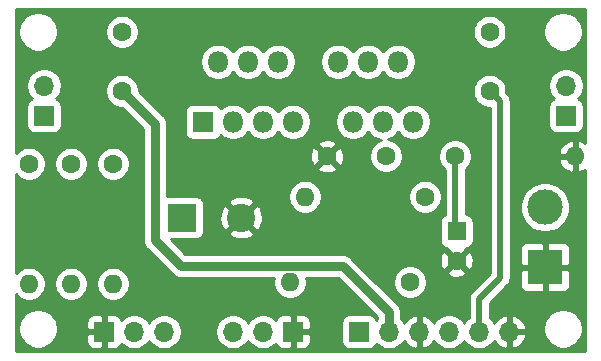
<source format=gbr>
%TF.GenerationSoftware,KiCad,Pcbnew,(5.1.9-0-10_14)*%
%TF.CreationDate,2021-01-04T15:57:10-08:00*%
%TF.ProjectId,PedalBoardStereoAmpTDA7297,50656461-6c42-46f6-9172-645374657265,rev?*%
%TF.SameCoordinates,Original*%
%TF.FileFunction,Copper,L1,Top*%
%TF.FilePolarity,Positive*%
%FSLAX46Y46*%
G04 Gerber Fmt 4.6, Leading zero omitted, Abs format (unit mm)*
G04 Created by KiCad (PCBNEW (5.1.9-0-10_14)) date 2021-01-04 15:57:10*
%MOMM*%
%LPD*%
G01*
G04 APERTURE LIST*
%TA.AperFunction,ComponentPad*%
%ADD10C,1.600000*%
%TD*%
%TA.AperFunction,ComponentPad*%
%ADD11C,3.000000*%
%TD*%
%TA.AperFunction,ComponentPad*%
%ADD12R,3.000000X3.000000*%
%TD*%
%TA.AperFunction,ComponentPad*%
%ADD13O,1.700000X1.700000*%
%TD*%
%TA.AperFunction,ComponentPad*%
%ADD14R,1.700000X1.700000*%
%TD*%
%TA.AperFunction,ComponentPad*%
%ADD15O,1.600000X1.600000*%
%TD*%
%TA.AperFunction,ComponentPad*%
%ADD16C,2.400000*%
%TD*%
%TA.AperFunction,ComponentPad*%
%ADD17R,2.400000X2.400000*%
%TD*%
%TA.AperFunction,ComponentPad*%
%ADD18O,1.800000X1.800000*%
%TD*%
%TA.AperFunction,ComponentPad*%
%ADD19R,1.800000X1.800000*%
%TD*%
%TA.AperFunction,ComponentPad*%
%ADD20R,1.600000X1.600000*%
%TD*%
%TA.AperFunction,Conductor*%
%ADD21C,0.508000*%
%TD*%
%TA.AperFunction,Conductor*%
%ADD22C,0.762000*%
%TD*%
%TA.AperFunction,Conductor*%
%ADD23C,0.250000*%
%TD*%
%TA.AperFunction,Conductor*%
%ADD24C,0.254000*%
%TD*%
%TA.AperFunction,Conductor*%
%ADD25C,0.100000*%
%TD*%
G04 APERTURE END LIST*
D10*
%TO.P,C2,2*%
%TO.N,GND*%
X87964000Y-48641000D03*
%TO.P,C2,1*%
%TO.N,VCC*%
X92964000Y-48641000D03*
%TD*%
D11*
%TO.P,J5,2*%
%TO.N,VCC*%
X106426000Y-52959000D03*
D12*
%TO.P,J5,1*%
%TO.N,GND*%
X106426000Y-58039000D03*
%TD*%
D13*
%TO.P,J2,3*%
%TO.N,Net-(J2-Pad3)*%
X74168000Y-63500000D03*
%TO.P,J2,2*%
%TO.N,Net-(J2-Pad2)*%
X71628000Y-63500000D03*
D14*
%TO.P,J2,1*%
%TO.N,GND*%
X69088000Y-63500000D03*
%TD*%
D15*
%TO.P,R7,2*%
%TO.N,Net-(J4-Pad2)*%
X84836000Y-59309000D03*
D10*
%TO.P,R7,1*%
%TO.N,RIGHT*%
X94996000Y-59309000D03*
%TD*%
D15*
%TO.P,R6,2*%
%TO.N,Net-(J4-Pad3)*%
X69850000Y-59436000D03*
D10*
%TO.P,R6,1*%
%TO.N,LEFT*%
X69850000Y-49276000D03*
%TD*%
D15*
%TO.P,R5,2*%
%TO.N,Net-(J2-Pad2)*%
X62738000Y-59436000D03*
D10*
%TO.P,R5,1*%
%TO.N,RIGHT*%
X62738000Y-49276000D03*
%TD*%
D15*
%TO.P,R4,2*%
%TO.N,Net-(J2-Pad3)*%
X66294000Y-59436000D03*
D10*
%TO.P,R4,1*%
%TO.N,LEFT*%
X66294000Y-49276000D03*
%TD*%
D13*
%TO.P,J4,3*%
%TO.N,Net-(J4-Pad3)*%
X80010000Y-63500000D03*
%TO.P,J4,2*%
%TO.N,Net-(J4-Pad2)*%
X82550000Y-63500000D03*
D14*
%TO.P,J4,1*%
%TO.N,GND*%
X85090000Y-63500000D03*
%TD*%
D13*
%TO.P,R3,6*%
%TO.N,GND*%
X103378000Y-63500000D03*
%TO.P,R3,5*%
%TO.N,Net-(C5-Pad2)*%
X100838000Y-63500000D03*
%TO.P,R3,4*%
%TO.N,RIGHT*%
X98298000Y-63500000D03*
%TO.P,R3,3*%
%TO.N,GND*%
X95758000Y-63500000D03*
%TO.P,R3,2*%
%TO.N,Net-(C4-Pad2)*%
X93218000Y-63500000D03*
D14*
%TO.P,R3,1*%
%TO.N,LEFT*%
X90678000Y-63500000D03*
%TD*%
D15*
%TO.P,R2,2*%
%TO.N,GND*%
X108966000Y-48641000D03*
D10*
%TO.P,R2,1*%
%TO.N,Net-(C3-Pad1)*%
X98806000Y-48641000D03*
%TD*%
D15*
%TO.P,R1,2*%
%TO.N,Net-(C3-Pad1)*%
X86106000Y-52070000D03*
D10*
%TO.P,R1,1*%
%TO.N,VCC*%
X96266000Y-52070000D03*
%TD*%
%TO.P,C5,2*%
%TO.N,Net-(C5-Pad2)*%
X101727000Y-43100000D03*
%TO.P,C5,1*%
%TO.N,Net-(C5-Pad1)*%
X101727000Y-38100000D03*
%TD*%
%TO.P,C4,2*%
%TO.N,Net-(C4-Pad2)*%
X70612000Y-43100000D03*
%TO.P,C4,1*%
%TO.N,Net-(C4-Pad1)*%
X70612000Y-38100000D03*
%TD*%
D16*
%TO.P,C1,2*%
%TO.N,GND*%
X80692000Y-53848000D03*
D17*
%TO.P,C1,1*%
%TO.N,VCC*%
X75692000Y-53848000D03*
%TD*%
D18*
%TO.P,U1,15*%
%TO.N,Net-(J3-Pad1)*%
X95250000Y-45720000D03*
%TO.P,U1,14*%
%TO.N,Net-(J3-Pad2)*%
X93980000Y-40640000D03*
%TO.P,U1,13*%
%TO.N,VCC*%
X92710000Y-45720000D03*
%TO.P,U1,12*%
%TO.N,Net-(C5-Pad1)*%
X91440000Y-40640000D03*
%TO.P,U1,11*%
%TO.N,N/C*%
X90170000Y-45720000D03*
%TO.P,U1,10*%
X88900000Y-40640000D03*
%TO.P,U1,9*%
%TO.N,GND*%
X87630000Y-45720000D03*
%TO.P,U1,8*%
X86360000Y-40640000D03*
%TO.P,U1,7*%
%TO.N,Net-(C3-Pad1)*%
X85090000Y-45720000D03*
%TO.P,U1,6*%
X83820000Y-40640000D03*
%TO.P,U1,5*%
%TO.N,N/C*%
X82550000Y-45720000D03*
%TO.P,U1,4*%
%TO.N,Net-(C4-Pad1)*%
X81280000Y-40640000D03*
%TO.P,U1,3*%
%TO.N,VCC*%
X80010000Y-45720000D03*
%TO.P,U1,2*%
%TO.N,Net-(J1-Pad2)*%
X78740000Y-40640000D03*
D19*
%TO.P,U1,1*%
%TO.N,Net-(J1-Pad1)*%
X77470000Y-45720000D03*
%TD*%
D13*
%TO.P,J3,2*%
%TO.N,Net-(J3-Pad2)*%
X108204000Y-42672000D03*
D14*
%TO.P,J3,1*%
%TO.N,Net-(J3-Pad1)*%
X108204000Y-45212000D03*
%TD*%
D13*
%TO.P,J1,2*%
%TO.N,Net-(J1-Pad2)*%
X64008000Y-42672000D03*
D14*
%TO.P,J1,1*%
%TO.N,Net-(J1-Pad1)*%
X64008000Y-45212000D03*
%TD*%
D10*
%TO.P,C3,2*%
%TO.N,GND*%
X98933000Y-57491000D03*
D20*
%TO.P,C3,1*%
%TO.N,Net-(C3-Pad1)*%
X98933000Y-54991000D03*
%TD*%
D21*
%TO.N,Net-(C3-Pad1)*%
X98806000Y-54864000D02*
X98933000Y-54991000D01*
X98806000Y-48768000D02*
X98806000Y-54864000D01*
D22*
%TO.N,Net-(C4-Pad2)*%
X89281000Y-57912000D02*
X93218000Y-61849000D01*
X75565000Y-57912000D02*
X89281000Y-57912000D01*
X93218000Y-61849000D02*
X93218000Y-63500000D01*
X73406000Y-55753000D02*
X75565000Y-57912000D01*
X73406000Y-45894000D02*
X73406000Y-55753000D01*
X70612000Y-43100000D02*
X73406000Y-45894000D01*
D23*
%TO.N,Net-(C5-Pad2)*%
X100838000Y-63500000D02*
X100838000Y-63119000D01*
D21*
X102616000Y-43989000D02*
X101727000Y-43100000D01*
X102616000Y-58928000D02*
X102616000Y-43989000D01*
X100838000Y-60706000D02*
X102616000Y-58928000D01*
X100838000Y-63500000D02*
X100838000Y-60706000D01*
%TD*%
D24*
%TO.N,GND*%
X109830000Y-47496658D02*
X109821131Y-47488615D01*
X109579881Y-47343930D01*
X109315040Y-47249091D01*
X109093000Y-47370376D01*
X109093000Y-48514000D01*
X109113000Y-48514000D01*
X109113000Y-48768000D01*
X109093000Y-48768000D01*
X109093000Y-49911624D01*
X109315040Y-50032909D01*
X109579881Y-49938070D01*
X109821131Y-49793385D01*
X109830000Y-49785342D01*
X109830001Y-65126000D01*
X61620000Y-65126000D01*
X61620000Y-63080042D01*
X61815000Y-63080042D01*
X61815000Y-63411958D01*
X61879754Y-63737496D01*
X62006772Y-64044147D01*
X62191175Y-64320125D01*
X62425875Y-64554825D01*
X62701853Y-64739228D01*
X63008504Y-64866246D01*
X63334042Y-64931000D01*
X63665958Y-64931000D01*
X63991496Y-64866246D01*
X64298147Y-64739228D01*
X64574125Y-64554825D01*
X64778950Y-64350000D01*
X67599928Y-64350000D01*
X67612188Y-64474482D01*
X67648498Y-64594180D01*
X67707463Y-64704494D01*
X67786815Y-64801185D01*
X67883506Y-64880537D01*
X67993820Y-64939502D01*
X68113518Y-64975812D01*
X68238000Y-64988072D01*
X68802250Y-64985000D01*
X68961000Y-64826250D01*
X68961000Y-63627000D01*
X67761750Y-63627000D01*
X67603000Y-63785750D01*
X67599928Y-64350000D01*
X64778950Y-64350000D01*
X64808825Y-64320125D01*
X64993228Y-64044147D01*
X65120246Y-63737496D01*
X65185000Y-63411958D01*
X65185000Y-63080042D01*
X65120246Y-62754504D01*
X65076960Y-62650000D01*
X67599928Y-62650000D01*
X67603000Y-63214250D01*
X67761750Y-63373000D01*
X68961000Y-63373000D01*
X68961000Y-62173750D01*
X69215000Y-62173750D01*
X69215000Y-63373000D01*
X69235000Y-63373000D01*
X69235000Y-63627000D01*
X69215000Y-63627000D01*
X69215000Y-64826250D01*
X69373750Y-64985000D01*
X69938000Y-64988072D01*
X70062482Y-64975812D01*
X70182180Y-64939502D01*
X70292494Y-64880537D01*
X70389185Y-64801185D01*
X70468537Y-64704494D01*
X70527502Y-64594180D01*
X70549513Y-64521620D01*
X70681368Y-64653475D01*
X70924589Y-64815990D01*
X71194842Y-64927932D01*
X71481740Y-64985000D01*
X71774260Y-64985000D01*
X72061158Y-64927932D01*
X72331411Y-64815990D01*
X72574632Y-64653475D01*
X72781475Y-64446632D01*
X72898000Y-64272240D01*
X73014525Y-64446632D01*
X73221368Y-64653475D01*
X73464589Y-64815990D01*
X73734842Y-64927932D01*
X74021740Y-64985000D01*
X74314260Y-64985000D01*
X74601158Y-64927932D01*
X74871411Y-64815990D01*
X75114632Y-64653475D01*
X75321475Y-64446632D01*
X75483990Y-64203411D01*
X75595932Y-63933158D01*
X75653000Y-63646260D01*
X75653000Y-63353740D01*
X78525000Y-63353740D01*
X78525000Y-63646260D01*
X78582068Y-63933158D01*
X78694010Y-64203411D01*
X78856525Y-64446632D01*
X79063368Y-64653475D01*
X79306589Y-64815990D01*
X79576842Y-64927932D01*
X79863740Y-64985000D01*
X80156260Y-64985000D01*
X80443158Y-64927932D01*
X80713411Y-64815990D01*
X80956632Y-64653475D01*
X81163475Y-64446632D01*
X81280000Y-64272240D01*
X81396525Y-64446632D01*
X81603368Y-64653475D01*
X81846589Y-64815990D01*
X82116842Y-64927932D01*
X82403740Y-64985000D01*
X82696260Y-64985000D01*
X82983158Y-64927932D01*
X83253411Y-64815990D01*
X83496632Y-64653475D01*
X83628487Y-64521620D01*
X83650498Y-64594180D01*
X83709463Y-64704494D01*
X83788815Y-64801185D01*
X83885506Y-64880537D01*
X83995820Y-64939502D01*
X84115518Y-64975812D01*
X84240000Y-64988072D01*
X84804250Y-64985000D01*
X84963000Y-64826250D01*
X84963000Y-63627000D01*
X85217000Y-63627000D01*
X85217000Y-64826250D01*
X85375750Y-64985000D01*
X85940000Y-64988072D01*
X86064482Y-64975812D01*
X86184180Y-64939502D01*
X86294494Y-64880537D01*
X86391185Y-64801185D01*
X86470537Y-64704494D01*
X86529502Y-64594180D01*
X86565812Y-64474482D01*
X86578072Y-64350000D01*
X86575000Y-63785750D01*
X86416250Y-63627000D01*
X85217000Y-63627000D01*
X84963000Y-63627000D01*
X84943000Y-63627000D01*
X84943000Y-63373000D01*
X84963000Y-63373000D01*
X84963000Y-62173750D01*
X85217000Y-62173750D01*
X85217000Y-63373000D01*
X86416250Y-63373000D01*
X86575000Y-63214250D01*
X86578072Y-62650000D01*
X86565812Y-62525518D01*
X86529502Y-62405820D01*
X86470537Y-62295506D01*
X86391185Y-62198815D01*
X86294494Y-62119463D01*
X86184180Y-62060498D01*
X86064482Y-62024188D01*
X85940000Y-62011928D01*
X85375750Y-62015000D01*
X85217000Y-62173750D01*
X84963000Y-62173750D01*
X84804250Y-62015000D01*
X84240000Y-62011928D01*
X84115518Y-62024188D01*
X83995820Y-62060498D01*
X83885506Y-62119463D01*
X83788815Y-62198815D01*
X83709463Y-62295506D01*
X83650498Y-62405820D01*
X83628487Y-62478380D01*
X83496632Y-62346525D01*
X83253411Y-62184010D01*
X82983158Y-62072068D01*
X82696260Y-62015000D01*
X82403740Y-62015000D01*
X82116842Y-62072068D01*
X81846589Y-62184010D01*
X81603368Y-62346525D01*
X81396525Y-62553368D01*
X81280000Y-62727760D01*
X81163475Y-62553368D01*
X80956632Y-62346525D01*
X80713411Y-62184010D01*
X80443158Y-62072068D01*
X80156260Y-62015000D01*
X79863740Y-62015000D01*
X79576842Y-62072068D01*
X79306589Y-62184010D01*
X79063368Y-62346525D01*
X78856525Y-62553368D01*
X78694010Y-62796589D01*
X78582068Y-63066842D01*
X78525000Y-63353740D01*
X75653000Y-63353740D01*
X75595932Y-63066842D01*
X75483990Y-62796589D01*
X75321475Y-62553368D01*
X75114632Y-62346525D01*
X74871411Y-62184010D01*
X74601158Y-62072068D01*
X74314260Y-62015000D01*
X74021740Y-62015000D01*
X73734842Y-62072068D01*
X73464589Y-62184010D01*
X73221368Y-62346525D01*
X73014525Y-62553368D01*
X72898000Y-62727760D01*
X72781475Y-62553368D01*
X72574632Y-62346525D01*
X72331411Y-62184010D01*
X72061158Y-62072068D01*
X71774260Y-62015000D01*
X71481740Y-62015000D01*
X71194842Y-62072068D01*
X70924589Y-62184010D01*
X70681368Y-62346525D01*
X70549513Y-62478380D01*
X70527502Y-62405820D01*
X70468537Y-62295506D01*
X70389185Y-62198815D01*
X70292494Y-62119463D01*
X70182180Y-62060498D01*
X70062482Y-62024188D01*
X69938000Y-62011928D01*
X69373750Y-62015000D01*
X69215000Y-62173750D01*
X68961000Y-62173750D01*
X68802250Y-62015000D01*
X68238000Y-62011928D01*
X68113518Y-62024188D01*
X67993820Y-62060498D01*
X67883506Y-62119463D01*
X67786815Y-62198815D01*
X67707463Y-62295506D01*
X67648498Y-62405820D01*
X67612188Y-62525518D01*
X67599928Y-62650000D01*
X65076960Y-62650000D01*
X64993228Y-62447853D01*
X64808825Y-62171875D01*
X64574125Y-61937175D01*
X64298147Y-61752772D01*
X63991496Y-61625754D01*
X63665958Y-61561000D01*
X63334042Y-61561000D01*
X63008504Y-61625754D01*
X62701853Y-61752772D01*
X62425875Y-61937175D01*
X62191175Y-62171875D01*
X62006772Y-62447853D01*
X61879754Y-62754504D01*
X61815000Y-63080042D01*
X61620000Y-63080042D01*
X61620000Y-60345726D01*
X61623363Y-60350759D01*
X61823241Y-60550637D01*
X62058273Y-60707680D01*
X62319426Y-60815853D01*
X62596665Y-60871000D01*
X62879335Y-60871000D01*
X63156574Y-60815853D01*
X63417727Y-60707680D01*
X63652759Y-60550637D01*
X63852637Y-60350759D01*
X64009680Y-60115727D01*
X64117853Y-59854574D01*
X64173000Y-59577335D01*
X64173000Y-59294665D01*
X64859000Y-59294665D01*
X64859000Y-59577335D01*
X64914147Y-59854574D01*
X65022320Y-60115727D01*
X65179363Y-60350759D01*
X65379241Y-60550637D01*
X65614273Y-60707680D01*
X65875426Y-60815853D01*
X66152665Y-60871000D01*
X66435335Y-60871000D01*
X66712574Y-60815853D01*
X66973727Y-60707680D01*
X67208759Y-60550637D01*
X67408637Y-60350759D01*
X67565680Y-60115727D01*
X67673853Y-59854574D01*
X67729000Y-59577335D01*
X67729000Y-59294665D01*
X68415000Y-59294665D01*
X68415000Y-59577335D01*
X68470147Y-59854574D01*
X68578320Y-60115727D01*
X68735363Y-60350759D01*
X68935241Y-60550637D01*
X69170273Y-60707680D01*
X69431426Y-60815853D01*
X69708665Y-60871000D01*
X69991335Y-60871000D01*
X70268574Y-60815853D01*
X70529727Y-60707680D01*
X70764759Y-60550637D01*
X70964637Y-60350759D01*
X71121680Y-60115727D01*
X71229853Y-59854574D01*
X71285000Y-59577335D01*
X71285000Y-59294665D01*
X71229853Y-59017426D01*
X71121680Y-58756273D01*
X70964637Y-58521241D01*
X70764759Y-58321363D01*
X70529727Y-58164320D01*
X70268574Y-58056147D01*
X69991335Y-58001000D01*
X69708665Y-58001000D01*
X69431426Y-58056147D01*
X69170273Y-58164320D01*
X68935241Y-58321363D01*
X68735363Y-58521241D01*
X68578320Y-58756273D01*
X68470147Y-59017426D01*
X68415000Y-59294665D01*
X67729000Y-59294665D01*
X67673853Y-59017426D01*
X67565680Y-58756273D01*
X67408637Y-58521241D01*
X67208759Y-58321363D01*
X66973727Y-58164320D01*
X66712574Y-58056147D01*
X66435335Y-58001000D01*
X66152665Y-58001000D01*
X65875426Y-58056147D01*
X65614273Y-58164320D01*
X65379241Y-58321363D01*
X65179363Y-58521241D01*
X65022320Y-58756273D01*
X64914147Y-59017426D01*
X64859000Y-59294665D01*
X64173000Y-59294665D01*
X64117853Y-59017426D01*
X64009680Y-58756273D01*
X63852637Y-58521241D01*
X63652759Y-58321363D01*
X63417727Y-58164320D01*
X63156574Y-58056147D01*
X62879335Y-58001000D01*
X62596665Y-58001000D01*
X62319426Y-58056147D01*
X62058273Y-58164320D01*
X61823241Y-58321363D01*
X61623363Y-58521241D01*
X61620000Y-58526274D01*
X61620000Y-50185726D01*
X61623363Y-50190759D01*
X61823241Y-50390637D01*
X62058273Y-50547680D01*
X62319426Y-50655853D01*
X62596665Y-50711000D01*
X62879335Y-50711000D01*
X63156574Y-50655853D01*
X63417727Y-50547680D01*
X63652759Y-50390637D01*
X63852637Y-50190759D01*
X64009680Y-49955727D01*
X64117853Y-49694574D01*
X64173000Y-49417335D01*
X64173000Y-49134665D01*
X64859000Y-49134665D01*
X64859000Y-49417335D01*
X64914147Y-49694574D01*
X65022320Y-49955727D01*
X65179363Y-50190759D01*
X65379241Y-50390637D01*
X65614273Y-50547680D01*
X65875426Y-50655853D01*
X66152665Y-50711000D01*
X66435335Y-50711000D01*
X66712574Y-50655853D01*
X66973727Y-50547680D01*
X67208759Y-50390637D01*
X67408637Y-50190759D01*
X67565680Y-49955727D01*
X67673853Y-49694574D01*
X67729000Y-49417335D01*
X67729000Y-49134665D01*
X68415000Y-49134665D01*
X68415000Y-49417335D01*
X68470147Y-49694574D01*
X68578320Y-49955727D01*
X68735363Y-50190759D01*
X68935241Y-50390637D01*
X69170273Y-50547680D01*
X69431426Y-50655853D01*
X69708665Y-50711000D01*
X69991335Y-50711000D01*
X70268574Y-50655853D01*
X70529727Y-50547680D01*
X70764759Y-50390637D01*
X70964637Y-50190759D01*
X71121680Y-49955727D01*
X71229853Y-49694574D01*
X71285000Y-49417335D01*
X71285000Y-49134665D01*
X71229853Y-48857426D01*
X71121680Y-48596273D01*
X70964637Y-48361241D01*
X70764759Y-48161363D01*
X70529727Y-48004320D01*
X70268574Y-47896147D01*
X69991335Y-47841000D01*
X69708665Y-47841000D01*
X69431426Y-47896147D01*
X69170273Y-48004320D01*
X68935241Y-48161363D01*
X68735363Y-48361241D01*
X68578320Y-48596273D01*
X68470147Y-48857426D01*
X68415000Y-49134665D01*
X67729000Y-49134665D01*
X67673853Y-48857426D01*
X67565680Y-48596273D01*
X67408637Y-48361241D01*
X67208759Y-48161363D01*
X66973727Y-48004320D01*
X66712574Y-47896147D01*
X66435335Y-47841000D01*
X66152665Y-47841000D01*
X65875426Y-47896147D01*
X65614273Y-48004320D01*
X65379241Y-48161363D01*
X65179363Y-48361241D01*
X65022320Y-48596273D01*
X64914147Y-48857426D01*
X64859000Y-49134665D01*
X64173000Y-49134665D01*
X64117853Y-48857426D01*
X64009680Y-48596273D01*
X63852637Y-48361241D01*
X63652759Y-48161363D01*
X63417727Y-48004320D01*
X63156574Y-47896147D01*
X62879335Y-47841000D01*
X62596665Y-47841000D01*
X62319426Y-47896147D01*
X62058273Y-48004320D01*
X61823241Y-48161363D01*
X61623363Y-48361241D01*
X61620000Y-48366274D01*
X61620000Y-44362000D01*
X62519928Y-44362000D01*
X62519928Y-46062000D01*
X62532188Y-46186482D01*
X62568498Y-46306180D01*
X62627463Y-46416494D01*
X62706815Y-46513185D01*
X62803506Y-46592537D01*
X62913820Y-46651502D01*
X63033518Y-46687812D01*
X63158000Y-46700072D01*
X64858000Y-46700072D01*
X64982482Y-46687812D01*
X65102180Y-46651502D01*
X65212494Y-46592537D01*
X65309185Y-46513185D01*
X65388537Y-46416494D01*
X65447502Y-46306180D01*
X65483812Y-46186482D01*
X65496072Y-46062000D01*
X65496072Y-44362000D01*
X65483812Y-44237518D01*
X65447502Y-44117820D01*
X65388537Y-44007506D01*
X65309185Y-43910815D01*
X65212494Y-43831463D01*
X65102180Y-43772498D01*
X65029620Y-43750487D01*
X65161475Y-43618632D01*
X65323990Y-43375411D01*
X65435932Y-43105158D01*
X65465071Y-42958665D01*
X69177000Y-42958665D01*
X69177000Y-43241335D01*
X69232147Y-43518574D01*
X69340320Y-43779727D01*
X69497363Y-44014759D01*
X69697241Y-44214637D01*
X69932273Y-44371680D01*
X70193426Y-44479853D01*
X70470665Y-44535000D01*
X70610160Y-44535000D01*
X72390000Y-46314841D01*
X72390001Y-55703088D01*
X72385085Y-55753000D01*
X72404702Y-55952170D01*
X72438247Y-56062750D01*
X72462799Y-56143687D01*
X72557141Y-56320190D01*
X72684105Y-56474896D01*
X72722868Y-56506708D01*
X74811292Y-58595133D01*
X74843104Y-58633896D01*
X74997810Y-58760860D01*
X75174313Y-58855202D01*
X75365829Y-58913298D01*
X75564999Y-58932915D01*
X75614901Y-58928000D01*
X83448673Y-58928000D01*
X83401000Y-59167665D01*
X83401000Y-59450335D01*
X83456147Y-59727574D01*
X83564320Y-59988727D01*
X83721363Y-60223759D01*
X83921241Y-60423637D01*
X84156273Y-60580680D01*
X84417426Y-60688853D01*
X84694665Y-60744000D01*
X84977335Y-60744000D01*
X85254574Y-60688853D01*
X85515727Y-60580680D01*
X85750759Y-60423637D01*
X85950637Y-60223759D01*
X86107680Y-59988727D01*
X86215853Y-59727574D01*
X86271000Y-59450335D01*
X86271000Y-59167665D01*
X86223327Y-58928000D01*
X88860160Y-58928000D01*
X92202000Y-62269841D01*
X92202000Y-62415893D01*
X92139513Y-62478380D01*
X92117502Y-62405820D01*
X92058537Y-62295506D01*
X91979185Y-62198815D01*
X91882494Y-62119463D01*
X91772180Y-62060498D01*
X91652482Y-62024188D01*
X91528000Y-62011928D01*
X89828000Y-62011928D01*
X89703518Y-62024188D01*
X89583820Y-62060498D01*
X89473506Y-62119463D01*
X89376815Y-62198815D01*
X89297463Y-62295506D01*
X89238498Y-62405820D01*
X89202188Y-62525518D01*
X89189928Y-62650000D01*
X89189928Y-64350000D01*
X89202188Y-64474482D01*
X89238498Y-64594180D01*
X89297463Y-64704494D01*
X89376815Y-64801185D01*
X89473506Y-64880537D01*
X89583820Y-64939502D01*
X89703518Y-64975812D01*
X89828000Y-64988072D01*
X91528000Y-64988072D01*
X91652482Y-64975812D01*
X91772180Y-64939502D01*
X91882494Y-64880537D01*
X91979185Y-64801185D01*
X92058537Y-64704494D01*
X92117502Y-64594180D01*
X92139513Y-64521620D01*
X92271368Y-64653475D01*
X92514589Y-64815990D01*
X92784842Y-64927932D01*
X93071740Y-64985000D01*
X93364260Y-64985000D01*
X93651158Y-64927932D01*
X93921411Y-64815990D01*
X94164632Y-64653475D01*
X94371475Y-64446632D01*
X94493195Y-64264466D01*
X94562822Y-64381355D01*
X94757731Y-64597588D01*
X94991080Y-64771641D01*
X95253901Y-64896825D01*
X95401110Y-64941476D01*
X95631000Y-64820155D01*
X95631000Y-63627000D01*
X95611000Y-63627000D01*
X95611000Y-63373000D01*
X95631000Y-63373000D01*
X95631000Y-62179845D01*
X95885000Y-62179845D01*
X95885000Y-63373000D01*
X95905000Y-63373000D01*
X95905000Y-63627000D01*
X95885000Y-63627000D01*
X95885000Y-64820155D01*
X96114890Y-64941476D01*
X96262099Y-64896825D01*
X96524920Y-64771641D01*
X96758269Y-64597588D01*
X96953178Y-64381355D01*
X97022805Y-64264466D01*
X97144525Y-64446632D01*
X97351368Y-64653475D01*
X97594589Y-64815990D01*
X97864842Y-64927932D01*
X98151740Y-64985000D01*
X98444260Y-64985000D01*
X98731158Y-64927932D01*
X99001411Y-64815990D01*
X99244632Y-64653475D01*
X99451475Y-64446632D01*
X99568000Y-64272240D01*
X99684525Y-64446632D01*
X99891368Y-64653475D01*
X100134589Y-64815990D01*
X100404842Y-64927932D01*
X100691740Y-64985000D01*
X100984260Y-64985000D01*
X101271158Y-64927932D01*
X101541411Y-64815990D01*
X101784632Y-64653475D01*
X101991475Y-64446632D01*
X102113195Y-64264466D01*
X102182822Y-64381355D01*
X102377731Y-64597588D01*
X102611080Y-64771641D01*
X102873901Y-64896825D01*
X103021110Y-64941476D01*
X103251000Y-64820155D01*
X103251000Y-63627000D01*
X103505000Y-63627000D01*
X103505000Y-64820155D01*
X103734890Y-64941476D01*
X103882099Y-64896825D01*
X104144920Y-64771641D01*
X104378269Y-64597588D01*
X104573178Y-64381355D01*
X104722157Y-64131252D01*
X104819481Y-63856891D01*
X104698814Y-63627000D01*
X103505000Y-63627000D01*
X103251000Y-63627000D01*
X103231000Y-63627000D01*
X103231000Y-63373000D01*
X103251000Y-63373000D01*
X103251000Y-62179845D01*
X103505000Y-62179845D01*
X103505000Y-63373000D01*
X104698814Y-63373000D01*
X104819481Y-63143109D01*
X104797110Y-63080042D01*
X106265000Y-63080042D01*
X106265000Y-63411958D01*
X106329754Y-63737496D01*
X106456772Y-64044147D01*
X106641175Y-64320125D01*
X106875875Y-64554825D01*
X107151853Y-64739228D01*
X107458504Y-64866246D01*
X107784042Y-64931000D01*
X108115958Y-64931000D01*
X108441496Y-64866246D01*
X108748147Y-64739228D01*
X109024125Y-64554825D01*
X109258825Y-64320125D01*
X109443228Y-64044147D01*
X109570246Y-63737496D01*
X109635000Y-63411958D01*
X109635000Y-63080042D01*
X109570246Y-62754504D01*
X109443228Y-62447853D01*
X109258825Y-62171875D01*
X109024125Y-61937175D01*
X108748147Y-61752772D01*
X108441496Y-61625754D01*
X108115958Y-61561000D01*
X107784042Y-61561000D01*
X107458504Y-61625754D01*
X107151853Y-61752772D01*
X106875875Y-61937175D01*
X106641175Y-62171875D01*
X106456772Y-62447853D01*
X106329754Y-62754504D01*
X106265000Y-63080042D01*
X104797110Y-63080042D01*
X104722157Y-62868748D01*
X104573178Y-62618645D01*
X104378269Y-62402412D01*
X104144920Y-62228359D01*
X103882099Y-62103175D01*
X103734890Y-62058524D01*
X103505000Y-62179845D01*
X103251000Y-62179845D01*
X103021110Y-62058524D01*
X102873901Y-62103175D01*
X102611080Y-62228359D01*
X102377731Y-62402412D01*
X102182822Y-62618645D01*
X102113195Y-62735534D01*
X101991475Y-62553368D01*
X101784632Y-62346525D01*
X101727000Y-62308017D01*
X101727000Y-61074235D01*
X103213743Y-59587493D01*
X103247659Y-59559659D01*
X103264613Y-59539000D01*
X104287928Y-59539000D01*
X104300188Y-59663482D01*
X104336498Y-59783180D01*
X104395463Y-59893494D01*
X104474815Y-59990185D01*
X104571506Y-60069537D01*
X104681820Y-60128502D01*
X104801518Y-60164812D01*
X104926000Y-60177072D01*
X106140250Y-60174000D01*
X106299000Y-60015250D01*
X106299000Y-58166000D01*
X106553000Y-58166000D01*
X106553000Y-60015250D01*
X106711750Y-60174000D01*
X107926000Y-60177072D01*
X108050482Y-60164812D01*
X108170180Y-60128502D01*
X108280494Y-60069537D01*
X108377185Y-59990185D01*
X108456537Y-59893494D01*
X108515502Y-59783180D01*
X108551812Y-59663482D01*
X108564072Y-59539000D01*
X108561000Y-58324750D01*
X108402250Y-58166000D01*
X106553000Y-58166000D01*
X106299000Y-58166000D01*
X104449750Y-58166000D01*
X104291000Y-58324750D01*
X104287928Y-59539000D01*
X103264613Y-59539000D01*
X103358753Y-59424291D01*
X103441303Y-59269851D01*
X103492136Y-59102274D01*
X103505000Y-58971667D01*
X103505000Y-58971660D01*
X103509300Y-58928000D01*
X103505000Y-58884340D01*
X103505000Y-56539000D01*
X104287928Y-56539000D01*
X104291000Y-57753250D01*
X104449750Y-57912000D01*
X106299000Y-57912000D01*
X106299000Y-56062750D01*
X106553000Y-56062750D01*
X106553000Y-57912000D01*
X108402250Y-57912000D01*
X108561000Y-57753250D01*
X108564072Y-56539000D01*
X108551812Y-56414518D01*
X108515502Y-56294820D01*
X108456537Y-56184506D01*
X108377185Y-56087815D01*
X108280494Y-56008463D01*
X108170180Y-55949498D01*
X108050482Y-55913188D01*
X107926000Y-55900928D01*
X106711750Y-55904000D01*
X106553000Y-56062750D01*
X106299000Y-56062750D01*
X106140250Y-55904000D01*
X104926000Y-55900928D01*
X104801518Y-55913188D01*
X104681820Y-55949498D01*
X104571506Y-56008463D01*
X104474815Y-56087815D01*
X104395463Y-56184506D01*
X104336498Y-56294820D01*
X104300188Y-56414518D01*
X104287928Y-56539000D01*
X103505000Y-56539000D01*
X103505000Y-52748721D01*
X104291000Y-52748721D01*
X104291000Y-53169279D01*
X104373047Y-53581756D01*
X104533988Y-53970302D01*
X104767637Y-54319983D01*
X105065017Y-54617363D01*
X105414698Y-54851012D01*
X105803244Y-55011953D01*
X106215721Y-55094000D01*
X106636279Y-55094000D01*
X107048756Y-55011953D01*
X107437302Y-54851012D01*
X107786983Y-54617363D01*
X108084363Y-54319983D01*
X108318012Y-53970302D01*
X108478953Y-53581756D01*
X108561000Y-53169279D01*
X108561000Y-52748721D01*
X108478953Y-52336244D01*
X108318012Y-51947698D01*
X108084363Y-51598017D01*
X107786983Y-51300637D01*
X107437302Y-51066988D01*
X107048756Y-50906047D01*
X106636279Y-50824000D01*
X106215721Y-50824000D01*
X105803244Y-50906047D01*
X105414698Y-51066988D01*
X105065017Y-51300637D01*
X104767637Y-51598017D01*
X104533988Y-51947698D01*
X104373047Y-52336244D01*
X104291000Y-52748721D01*
X103505000Y-52748721D01*
X103505000Y-48990039D01*
X107574096Y-48990039D01*
X107614754Y-49124087D01*
X107734963Y-49378420D01*
X107902481Y-49604414D01*
X108110869Y-49793385D01*
X108352119Y-49938070D01*
X108616960Y-50032909D01*
X108839000Y-49911624D01*
X108839000Y-48768000D01*
X107696085Y-48768000D01*
X107574096Y-48990039D01*
X103505000Y-48990039D01*
X103505000Y-48291961D01*
X107574096Y-48291961D01*
X107696085Y-48514000D01*
X108839000Y-48514000D01*
X108839000Y-47370376D01*
X108616960Y-47249091D01*
X108352119Y-47343930D01*
X108110869Y-47488615D01*
X107902481Y-47677586D01*
X107734963Y-47903580D01*
X107614754Y-48157913D01*
X107574096Y-48291961D01*
X103505000Y-48291961D01*
X103505000Y-44362000D01*
X106715928Y-44362000D01*
X106715928Y-46062000D01*
X106728188Y-46186482D01*
X106764498Y-46306180D01*
X106823463Y-46416494D01*
X106902815Y-46513185D01*
X106999506Y-46592537D01*
X107109820Y-46651502D01*
X107229518Y-46687812D01*
X107354000Y-46700072D01*
X109054000Y-46700072D01*
X109178482Y-46687812D01*
X109298180Y-46651502D01*
X109408494Y-46592537D01*
X109505185Y-46513185D01*
X109584537Y-46416494D01*
X109643502Y-46306180D01*
X109679812Y-46186482D01*
X109692072Y-46062000D01*
X109692072Y-44362000D01*
X109679812Y-44237518D01*
X109643502Y-44117820D01*
X109584537Y-44007506D01*
X109505185Y-43910815D01*
X109408494Y-43831463D01*
X109298180Y-43772498D01*
X109225620Y-43750487D01*
X109357475Y-43618632D01*
X109519990Y-43375411D01*
X109631932Y-43105158D01*
X109689000Y-42818260D01*
X109689000Y-42525740D01*
X109631932Y-42238842D01*
X109519990Y-41968589D01*
X109357475Y-41725368D01*
X109150632Y-41518525D01*
X108907411Y-41356010D01*
X108637158Y-41244068D01*
X108350260Y-41187000D01*
X108057740Y-41187000D01*
X107770842Y-41244068D01*
X107500589Y-41356010D01*
X107257368Y-41518525D01*
X107050525Y-41725368D01*
X106888010Y-41968589D01*
X106776068Y-42238842D01*
X106719000Y-42525740D01*
X106719000Y-42818260D01*
X106776068Y-43105158D01*
X106888010Y-43375411D01*
X107050525Y-43618632D01*
X107182380Y-43750487D01*
X107109820Y-43772498D01*
X106999506Y-43831463D01*
X106902815Y-43910815D01*
X106823463Y-44007506D01*
X106764498Y-44117820D01*
X106728188Y-44237518D01*
X106715928Y-44362000D01*
X103505000Y-44362000D01*
X103505000Y-44032660D01*
X103509300Y-43989000D01*
X103505000Y-43945340D01*
X103505000Y-43945333D01*
X103492136Y-43814726D01*
X103481520Y-43779727D01*
X103441302Y-43647147D01*
X103358752Y-43492708D01*
X103357094Y-43490687D01*
X103247659Y-43357341D01*
X103213741Y-43329505D01*
X103155956Y-43271720D01*
X103162000Y-43241335D01*
X103162000Y-42958665D01*
X103106853Y-42681426D01*
X102998680Y-42420273D01*
X102841637Y-42185241D01*
X102641759Y-41985363D01*
X102406727Y-41828320D01*
X102145574Y-41720147D01*
X101868335Y-41665000D01*
X101585665Y-41665000D01*
X101308426Y-41720147D01*
X101047273Y-41828320D01*
X100812241Y-41985363D01*
X100612363Y-42185241D01*
X100455320Y-42420273D01*
X100347147Y-42681426D01*
X100292000Y-42958665D01*
X100292000Y-43241335D01*
X100347147Y-43518574D01*
X100455320Y-43779727D01*
X100612363Y-44014759D01*
X100812241Y-44214637D01*
X101047273Y-44371680D01*
X101308426Y-44479853D01*
X101585665Y-44535000D01*
X101727001Y-44535000D01*
X101727000Y-58559764D01*
X100240259Y-60046506D01*
X100206342Y-60074341D01*
X100178507Y-60108258D01*
X100178505Y-60108260D01*
X100095248Y-60209709D01*
X100012698Y-60364148D01*
X99961864Y-60531726D01*
X99944700Y-60706000D01*
X99949001Y-60749670D01*
X99949000Y-62308016D01*
X99891368Y-62346525D01*
X99684525Y-62553368D01*
X99568000Y-62727760D01*
X99451475Y-62553368D01*
X99244632Y-62346525D01*
X99001411Y-62184010D01*
X98731158Y-62072068D01*
X98444260Y-62015000D01*
X98151740Y-62015000D01*
X97864842Y-62072068D01*
X97594589Y-62184010D01*
X97351368Y-62346525D01*
X97144525Y-62553368D01*
X97022805Y-62735534D01*
X96953178Y-62618645D01*
X96758269Y-62402412D01*
X96524920Y-62228359D01*
X96262099Y-62103175D01*
X96114890Y-62058524D01*
X95885000Y-62179845D01*
X95631000Y-62179845D01*
X95401110Y-62058524D01*
X95253901Y-62103175D01*
X94991080Y-62228359D01*
X94757731Y-62402412D01*
X94562822Y-62618645D01*
X94493195Y-62735534D01*
X94371475Y-62553368D01*
X94234000Y-62415893D01*
X94234000Y-61898902D01*
X94238915Y-61849000D01*
X94219298Y-61649829D01*
X94161202Y-61458313D01*
X94111590Y-61365495D01*
X94066860Y-61281810D01*
X93939896Y-61127104D01*
X93901133Y-61095292D01*
X91973506Y-59167665D01*
X93561000Y-59167665D01*
X93561000Y-59450335D01*
X93616147Y-59727574D01*
X93724320Y-59988727D01*
X93881363Y-60223759D01*
X94081241Y-60423637D01*
X94316273Y-60580680D01*
X94577426Y-60688853D01*
X94854665Y-60744000D01*
X95137335Y-60744000D01*
X95414574Y-60688853D01*
X95675727Y-60580680D01*
X95910759Y-60423637D01*
X96110637Y-60223759D01*
X96267680Y-59988727D01*
X96375853Y-59727574D01*
X96431000Y-59450335D01*
X96431000Y-59167665D01*
X96375853Y-58890426D01*
X96267680Y-58629273D01*
X96170413Y-58483702D01*
X98119903Y-58483702D01*
X98191486Y-58727671D01*
X98446996Y-58848571D01*
X98721184Y-58917300D01*
X99003512Y-58931217D01*
X99283130Y-58889787D01*
X99549292Y-58794603D01*
X99674514Y-58727671D01*
X99746097Y-58483702D01*
X98933000Y-57670605D01*
X98119903Y-58483702D01*
X96170413Y-58483702D01*
X96110637Y-58394241D01*
X95910759Y-58194363D01*
X95675727Y-58037320D01*
X95414574Y-57929147D01*
X95137335Y-57874000D01*
X94854665Y-57874000D01*
X94577426Y-57929147D01*
X94316273Y-58037320D01*
X94081241Y-58194363D01*
X93881363Y-58394241D01*
X93724320Y-58629273D01*
X93616147Y-58890426D01*
X93561000Y-59167665D01*
X91973506Y-59167665D01*
X90367353Y-57561512D01*
X97492783Y-57561512D01*
X97534213Y-57841130D01*
X97629397Y-58107292D01*
X97696329Y-58232514D01*
X97940298Y-58304097D01*
X98753395Y-57491000D01*
X99112605Y-57491000D01*
X99925702Y-58304097D01*
X100169671Y-58232514D01*
X100290571Y-57977004D01*
X100359300Y-57702816D01*
X100373217Y-57420488D01*
X100331787Y-57140870D01*
X100236603Y-56874708D01*
X100169671Y-56749486D01*
X99925702Y-56677903D01*
X99112605Y-57491000D01*
X98753395Y-57491000D01*
X97940298Y-56677903D01*
X97696329Y-56749486D01*
X97575429Y-57004996D01*
X97506700Y-57279184D01*
X97492783Y-57561512D01*
X90367353Y-57561512D01*
X90034712Y-57228872D01*
X90002896Y-57190104D01*
X89848190Y-57063140D01*
X89671687Y-56968798D01*
X89480171Y-56910702D01*
X89330902Y-56896000D01*
X89281000Y-56891085D01*
X89231098Y-56896000D01*
X75985841Y-56896000D01*
X74775912Y-55686072D01*
X76892000Y-55686072D01*
X77016482Y-55673812D01*
X77136180Y-55637502D01*
X77246494Y-55578537D01*
X77343185Y-55499185D01*
X77422537Y-55402494D01*
X77481502Y-55292180D01*
X77517812Y-55172482D01*
X77522391Y-55125980D01*
X79593626Y-55125980D01*
X79713514Y-55410836D01*
X80037210Y-55571699D01*
X80386069Y-55666322D01*
X80746684Y-55691067D01*
X81105198Y-55644985D01*
X81447833Y-55529846D01*
X81670486Y-55410836D01*
X81790374Y-55125980D01*
X80692000Y-54027605D01*
X79593626Y-55125980D01*
X77522391Y-55125980D01*
X77530072Y-55048000D01*
X77530072Y-53902684D01*
X78848933Y-53902684D01*
X78895015Y-54261198D01*
X79010154Y-54603833D01*
X79129164Y-54826486D01*
X79414020Y-54946374D01*
X80512395Y-53848000D01*
X80871605Y-53848000D01*
X81969980Y-54946374D01*
X82254836Y-54826486D01*
X82415699Y-54502790D01*
X82510322Y-54153931D01*
X82535067Y-53793316D01*
X82488985Y-53434802D01*
X82373846Y-53092167D01*
X82254836Y-52869514D01*
X81969980Y-52749626D01*
X80871605Y-53848000D01*
X80512395Y-53848000D01*
X79414020Y-52749626D01*
X79129164Y-52869514D01*
X78968301Y-53193210D01*
X78873678Y-53542069D01*
X78848933Y-53902684D01*
X77530072Y-53902684D01*
X77530072Y-52648000D01*
X77522392Y-52570020D01*
X79593626Y-52570020D01*
X80692000Y-53668395D01*
X81790374Y-52570020D01*
X81670486Y-52285164D01*
X81346790Y-52124301D01*
X80997931Y-52029678D01*
X80637316Y-52004933D01*
X80278802Y-52051015D01*
X79936167Y-52166154D01*
X79713514Y-52285164D01*
X79593626Y-52570020D01*
X77522392Y-52570020D01*
X77517812Y-52523518D01*
X77481502Y-52403820D01*
X77422537Y-52293506D01*
X77343185Y-52196815D01*
X77246494Y-52117463D01*
X77136180Y-52058498D01*
X77016482Y-52022188D01*
X76892000Y-52009928D01*
X74492000Y-52009928D01*
X74422000Y-52016822D01*
X74422000Y-51928665D01*
X84671000Y-51928665D01*
X84671000Y-52211335D01*
X84726147Y-52488574D01*
X84834320Y-52749727D01*
X84991363Y-52984759D01*
X85191241Y-53184637D01*
X85426273Y-53341680D01*
X85687426Y-53449853D01*
X85964665Y-53505000D01*
X86247335Y-53505000D01*
X86524574Y-53449853D01*
X86785727Y-53341680D01*
X87020759Y-53184637D01*
X87220637Y-52984759D01*
X87377680Y-52749727D01*
X87485853Y-52488574D01*
X87541000Y-52211335D01*
X87541000Y-51928665D01*
X94831000Y-51928665D01*
X94831000Y-52211335D01*
X94886147Y-52488574D01*
X94994320Y-52749727D01*
X95151363Y-52984759D01*
X95351241Y-53184637D01*
X95586273Y-53341680D01*
X95847426Y-53449853D01*
X96124665Y-53505000D01*
X96407335Y-53505000D01*
X96684574Y-53449853D01*
X96945727Y-53341680D01*
X97180759Y-53184637D01*
X97380637Y-52984759D01*
X97537680Y-52749727D01*
X97645853Y-52488574D01*
X97701000Y-52211335D01*
X97701000Y-51928665D01*
X97645853Y-51651426D01*
X97537680Y-51390273D01*
X97380637Y-51155241D01*
X97180759Y-50955363D01*
X96945727Y-50798320D01*
X96684574Y-50690147D01*
X96407335Y-50635000D01*
X96124665Y-50635000D01*
X95847426Y-50690147D01*
X95586273Y-50798320D01*
X95351241Y-50955363D01*
X95151363Y-51155241D01*
X94994320Y-51390273D01*
X94886147Y-51651426D01*
X94831000Y-51928665D01*
X87541000Y-51928665D01*
X87485853Y-51651426D01*
X87377680Y-51390273D01*
X87220637Y-51155241D01*
X87020759Y-50955363D01*
X86785727Y-50798320D01*
X86524574Y-50690147D01*
X86247335Y-50635000D01*
X85964665Y-50635000D01*
X85687426Y-50690147D01*
X85426273Y-50798320D01*
X85191241Y-50955363D01*
X84991363Y-51155241D01*
X84834320Y-51390273D01*
X84726147Y-51651426D01*
X84671000Y-51928665D01*
X74422000Y-51928665D01*
X74422000Y-49633702D01*
X87150903Y-49633702D01*
X87222486Y-49877671D01*
X87477996Y-49998571D01*
X87752184Y-50067300D01*
X88034512Y-50081217D01*
X88314130Y-50039787D01*
X88580292Y-49944603D01*
X88705514Y-49877671D01*
X88777097Y-49633702D01*
X87964000Y-48820605D01*
X87150903Y-49633702D01*
X74422000Y-49633702D01*
X74422000Y-48711512D01*
X86523783Y-48711512D01*
X86565213Y-48991130D01*
X86660397Y-49257292D01*
X86727329Y-49382514D01*
X86971298Y-49454097D01*
X87784395Y-48641000D01*
X88143605Y-48641000D01*
X88956702Y-49454097D01*
X89200671Y-49382514D01*
X89321571Y-49127004D01*
X89390300Y-48852816D01*
X89404217Y-48570488D01*
X89362787Y-48290870D01*
X89267603Y-48024708D01*
X89200671Y-47899486D01*
X88956702Y-47827903D01*
X88143605Y-48641000D01*
X87784395Y-48641000D01*
X86971298Y-47827903D01*
X86727329Y-47899486D01*
X86606429Y-48154996D01*
X86537700Y-48429184D01*
X86523783Y-48711512D01*
X74422000Y-48711512D01*
X74422000Y-47648298D01*
X87150903Y-47648298D01*
X87964000Y-48461395D01*
X88777097Y-47648298D01*
X88705514Y-47404329D01*
X88450004Y-47283429D01*
X88175816Y-47214700D01*
X87893488Y-47200783D01*
X87613870Y-47242213D01*
X87347708Y-47337397D01*
X87222486Y-47404329D01*
X87150903Y-47648298D01*
X74422000Y-47648298D01*
X74422000Y-45943902D01*
X74426915Y-45894000D01*
X74407298Y-45694829D01*
X74349202Y-45503313D01*
X74254860Y-45326810D01*
X74127896Y-45172104D01*
X74089133Y-45140292D01*
X73768841Y-44820000D01*
X75931928Y-44820000D01*
X75931928Y-46620000D01*
X75944188Y-46744482D01*
X75980498Y-46864180D01*
X76039463Y-46974494D01*
X76118815Y-47071185D01*
X76215506Y-47150537D01*
X76325820Y-47209502D01*
X76445518Y-47245812D01*
X76570000Y-47258072D01*
X78370000Y-47258072D01*
X78494482Y-47245812D01*
X78614180Y-47209502D01*
X78724494Y-47150537D01*
X78821185Y-47071185D01*
X78900537Y-46974494D01*
X78959502Y-46864180D01*
X78965056Y-46845873D01*
X79031495Y-46912312D01*
X79282905Y-47080299D01*
X79562257Y-47196011D01*
X79858816Y-47255000D01*
X80161184Y-47255000D01*
X80457743Y-47196011D01*
X80737095Y-47080299D01*
X80988505Y-46912312D01*
X81202312Y-46698505D01*
X81280000Y-46582237D01*
X81357688Y-46698505D01*
X81571495Y-46912312D01*
X81822905Y-47080299D01*
X82102257Y-47196011D01*
X82398816Y-47255000D01*
X82701184Y-47255000D01*
X82997743Y-47196011D01*
X83277095Y-47080299D01*
X83528505Y-46912312D01*
X83742312Y-46698505D01*
X83820000Y-46582237D01*
X83897688Y-46698505D01*
X84111495Y-46912312D01*
X84362905Y-47080299D01*
X84642257Y-47196011D01*
X84938816Y-47255000D01*
X85241184Y-47255000D01*
X85537743Y-47196011D01*
X85817095Y-47080299D01*
X86068505Y-46912312D01*
X86282312Y-46698505D01*
X86450299Y-46447095D01*
X86566011Y-46167743D01*
X86625000Y-45871184D01*
X86625000Y-45568816D01*
X88635000Y-45568816D01*
X88635000Y-45871184D01*
X88693989Y-46167743D01*
X88809701Y-46447095D01*
X88977688Y-46698505D01*
X89191495Y-46912312D01*
X89442905Y-47080299D01*
X89722257Y-47196011D01*
X90018816Y-47255000D01*
X90321184Y-47255000D01*
X90617743Y-47196011D01*
X90897095Y-47080299D01*
X91148505Y-46912312D01*
X91362312Y-46698505D01*
X91440000Y-46582237D01*
X91517688Y-46698505D01*
X91731495Y-46912312D01*
X91982905Y-47080299D01*
X92262257Y-47196011D01*
X92558816Y-47255000D01*
X92576329Y-47255000D01*
X92545426Y-47261147D01*
X92284273Y-47369320D01*
X92049241Y-47526363D01*
X91849363Y-47726241D01*
X91692320Y-47961273D01*
X91584147Y-48222426D01*
X91529000Y-48499665D01*
X91529000Y-48782335D01*
X91584147Y-49059574D01*
X91692320Y-49320727D01*
X91849363Y-49555759D01*
X92049241Y-49755637D01*
X92284273Y-49912680D01*
X92545426Y-50020853D01*
X92822665Y-50076000D01*
X93105335Y-50076000D01*
X93382574Y-50020853D01*
X93643727Y-49912680D01*
X93878759Y-49755637D01*
X94078637Y-49555759D01*
X94235680Y-49320727D01*
X94343853Y-49059574D01*
X94399000Y-48782335D01*
X94399000Y-48499665D01*
X97371000Y-48499665D01*
X97371000Y-48782335D01*
X97426147Y-49059574D01*
X97534320Y-49320727D01*
X97691363Y-49555759D01*
X97891241Y-49755637D01*
X97917000Y-49772849D01*
X97917001Y-53592949D01*
X97888820Y-53601498D01*
X97778506Y-53660463D01*
X97681815Y-53739815D01*
X97602463Y-53836506D01*
X97543498Y-53946820D01*
X97507188Y-54066518D01*
X97494928Y-54191000D01*
X97494928Y-55791000D01*
X97507188Y-55915482D01*
X97543498Y-56035180D01*
X97602463Y-56145494D01*
X97681815Y-56242185D01*
X97778506Y-56321537D01*
X97888820Y-56380502D01*
X98008518Y-56416812D01*
X98133000Y-56429072D01*
X98140215Y-56429072D01*
X98119903Y-56498298D01*
X98933000Y-57311395D01*
X99746097Y-56498298D01*
X99725785Y-56429072D01*
X99733000Y-56429072D01*
X99857482Y-56416812D01*
X99977180Y-56380502D01*
X100087494Y-56321537D01*
X100184185Y-56242185D01*
X100263537Y-56145494D01*
X100322502Y-56035180D01*
X100358812Y-55915482D01*
X100371072Y-55791000D01*
X100371072Y-54191000D01*
X100358812Y-54066518D01*
X100322502Y-53946820D01*
X100263537Y-53836506D01*
X100184185Y-53739815D01*
X100087494Y-53660463D01*
X99977180Y-53601498D01*
X99857482Y-53565188D01*
X99733000Y-53552928D01*
X99695000Y-53552928D01*
X99695000Y-49772849D01*
X99720759Y-49755637D01*
X99920637Y-49555759D01*
X100077680Y-49320727D01*
X100185853Y-49059574D01*
X100241000Y-48782335D01*
X100241000Y-48499665D01*
X100185853Y-48222426D01*
X100077680Y-47961273D01*
X99920637Y-47726241D01*
X99720759Y-47526363D01*
X99485727Y-47369320D01*
X99224574Y-47261147D01*
X98947335Y-47206000D01*
X98664665Y-47206000D01*
X98387426Y-47261147D01*
X98126273Y-47369320D01*
X97891241Y-47526363D01*
X97691363Y-47726241D01*
X97534320Y-47961273D01*
X97426147Y-48222426D01*
X97371000Y-48499665D01*
X94399000Y-48499665D01*
X94343853Y-48222426D01*
X94235680Y-47961273D01*
X94078637Y-47726241D01*
X93878759Y-47526363D01*
X93643727Y-47369320D01*
X93382574Y-47261147D01*
X93106430Y-47206218D01*
X93157743Y-47196011D01*
X93437095Y-47080299D01*
X93688505Y-46912312D01*
X93902312Y-46698505D01*
X93980000Y-46582237D01*
X94057688Y-46698505D01*
X94271495Y-46912312D01*
X94522905Y-47080299D01*
X94802257Y-47196011D01*
X95098816Y-47255000D01*
X95401184Y-47255000D01*
X95697743Y-47196011D01*
X95977095Y-47080299D01*
X96228505Y-46912312D01*
X96442312Y-46698505D01*
X96610299Y-46447095D01*
X96726011Y-46167743D01*
X96785000Y-45871184D01*
X96785000Y-45568816D01*
X96726011Y-45272257D01*
X96610299Y-44992905D01*
X96442312Y-44741495D01*
X96228505Y-44527688D01*
X95977095Y-44359701D01*
X95697743Y-44243989D01*
X95401184Y-44185000D01*
X95098816Y-44185000D01*
X94802257Y-44243989D01*
X94522905Y-44359701D01*
X94271495Y-44527688D01*
X94057688Y-44741495D01*
X93980000Y-44857763D01*
X93902312Y-44741495D01*
X93688505Y-44527688D01*
X93437095Y-44359701D01*
X93157743Y-44243989D01*
X92861184Y-44185000D01*
X92558816Y-44185000D01*
X92262257Y-44243989D01*
X91982905Y-44359701D01*
X91731495Y-44527688D01*
X91517688Y-44741495D01*
X91440000Y-44857763D01*
X91362312Y-44741495D01*
X91148505Y-44527688D01*
X90897095Y-44359701D01*
X90617743Y-44243989D01*
X90321184Y-44185000D01*
X90018816Y-44185000D01*
X89722257Y-44243989D01*
X89442905Y-44359701D01*
X89191495Y-44527688D01*
X88977688Y-44741495D01*
X88809701Y-44992905D01*
X88693989Y-45272257D01*
X88635000Y-45568816D01*
X86625000Y-45568816D01*
X86566011Y-45272257D01*
X86450299Y-44992905D01*
X86282312Y-44741495D01*
X86068505Y-44527688D01*
X85817095Y-44359701D01*
X85537743Y-44243989D01*
X85241184Y-44185000D01*
X84938816Y-44185000D01*
X84642257Y-44243989D01*
X84362905Y-44359701D01*
X84111495Y-44527688D01*
X83897688Y-44741495D01*
X83820000Y-44857763D01*
X83742312Y-44741495D01*
X83528505Y-44527688D01*
X83277095Y-44359701D01*
X82997743Y-44243989D01*
X82701184Y-44185000D01*
X82398816Y-44185000D01*
X82102257Y-44243989D01*
X81822905Y-44359701D01*
X81571495Y-44527688D01*
X81357688Y-44741495D01*
X81280000Y-44857763D01*
X81202312Y-44741495D01*
X80988505Y-44527688D01*
X80737095Y-44359701D01*
X80457743Y-44243989D01*
X80161184Y-44185000D01*
X79858816Y-44185000D01*
X79562257Y-44243989D01*
X79282905Y-44359701D01*
X79031495Y-44527688D01*
X78965056Y-44594127D01*
X78959502Y-44575820D01*
X78900537Y-44465506D01*
X78821185Y-44368815D01*
X78724494Y-44289463D01*
X78614180Y-44230498D01*
X78494482Y-44194188D01*
X78370000Y-44181928D01*
X76570000Y-44181928D01*
X76445518Y-44194188D01*
X76325820Y-44230498D01*
X76215506Y-44289463D01*
X76118815Y-44368815D01*
X76039463Y-44465506D01*
X75980498Y-44575820D01*
X75944188Y-44695518D01*
X75931928Y-44820000D01*
X73768841Y-44820000D01*
X72047000Y-43098160D01*
X72047000Y-42958665D01*
X71991853Y-42681426D01*
X71883680Y-42420273D01*
X71726637Y-42185241D01*
X71526759Y-41985363D01*
X71291727Y-41828320D01*
X71030574Y-41720147D01*
X70753335Y-41665000D01*
X70470665Y-41665000D01*
X70193426Y-41720147D01*
X69932273Y-41828320D01*
X69697241Y-41985363D01*
X69497363Y-42185241D01*
X69340320Y-42420273D01*
X69232147Y-42681426D01*
X69177000Y-42958665D01*
X65465071Y-42958665D01*
X65493000Y-42818260D01*
X65493000Y-42525740D01*
X65435932Y-42238842D01*
X65323990Y-41968589D01*
X65161475Y-41725368D01*
X64954632Y-41518525D01*
X64711411Y-41356010D01*
X64441158Y-41244068D01*
X64154260Y-41187000D01*
X63861740Y-41187000D01*
X63574842Y-41244068D01*
X63304589Y-41356010D01*
X63061368Y-41518525D01*
X62854525Y-41725368D01*
X62692010Y-41968589D01*
X62580068Y-42238842D01*
X62523000Y-42525740D01*
X62523000Y-42818260D01*
X62580068Y-43105158D01*
X62692010Y-43375411D01*
X62854525Y-43618632D01*
X62986380Y-43750487D01*
X62913820Y-43772498D01*
X62803506Y-43831463D01*
X62706815Y-43910815D01*
X62627463Y-44007506D01*
X62568498Y-44117820D01*
X62532188Y-44237518D01*
X62519928Y-44362000D01*
X61620000Y-44362000D01*
X61620000Y-40488816D01*
X77205000Y-40488816D01*
X77205000Y-40791184D01*
X77263989Y-41087743D01*
X77379701Y-41367095D01*
X77547688Y-41618505D01*
X77761495Y-41832312D01*
X78012905Y-42000299D01*
X78292257Y-42116011D01*
X78588816Y-42175000D01*
X78891184Y-42175000D01*
X79187743Y-42116011D01*
X79467095Y-42000299D01*
X79718505Y-41832312D01*
X79932312Y-41618505D01*
X80010000Y-41502237D01*
X80087688Y-41618505D01*
X80301495Y-41832312D01*
X80552905Y-42000299D01*
X80832257Y-42116011D01*
X81128816Y-42175000D01*
X81431184Y-42175000D01*
X81727743Y-42116011D01*
X82007095Y-42000299D01*
X82258505Y-41832312D01*
X82472312Y-41618505D01*
X82550000Y-41502237D01*
X82627688Y-41618505D01*
X82841495Y-41832312D01*
X83092905Y-42000299D01*
X83372257Y-42116011D01*
X83668816Y-42175000D01*
X83971184Y-42175000D01*
X84267743Y-42116011D01*
X84547095Y-42000299D01*
X84798505Y-41832312D01*
X85012312Y-41618505D01*
X85180299Y-41367095D01*
X85296011Y-41087743D01*
X85355000Y-40791184D01*
X85355000Y-40488816D01*
X87365000Y-40488816D01*
X87365000Y-40791184D01*
X87423989Y-41087743D01*
X87539701Y-41367095D01*
X87707688Y-41618505D01*
X87921495Y-41832312D01*
X88172905Y-42000299D01*
X88452257Y-42116011D01*
X88748816Y-42175000D01*
X89051184Y-42175000D01*
X89347743Y-42116011D01*
X89627095Y-42000299D01*
X89878505Y-41832312D01*
X90092312Y-41618505D01*
X90170000Y-41502237D01*
X90247688Y-41618505D01*
X90461495Y-41832312D01*
X90712905Y-42000299D01*
X90992257Y-42116011D01*
X91288816Y-42175000D01*
X91591184Y-42175000D01*
X91887743Y-42116011D01*
X92167095Y-42000299D01*
X92418505Y-41832312D01*
X92632312Y-41618505D01*
X92710000Y-41502237D01*
X92787688Y-41618505D01*
X93001495Y-41832312D01*
X93252905Y-42000299D01*
X93532257Y-42116011D01*
X93828816Y-42175000D01*
X94131184Y-42175000D01*
X94427743Y-42116011D01*
X94707095Y-42000299D01*
X94958505Y-41832312D01*
X95172312Y-41618505D01*
X95340299Y-41367095D01*
X95456011Y-41087743D01*
X95515000Y-40791184D01*
X95515000Y-40488816D01*
X95456011Y-40192257D01*
X95340299Y-39912905D01*
X95172312Y-39661495D01*
X94958505Y-39447688D01*
X94707095Y-39279701D01*
X94427743Y-39163989D01*
X94131184Y-39105000D01*
X93828816Y-39105000D01*
X93532257Y-39163989D01*
X93252905Y-39279701D01*
X93001495Y-39447688D01*
X92787688Y-39661495D01*
X92710000Y-39777763D01*
X92632312Y-39661495D01*
X92418505Y-39447688D01*
X92167095Y-39279701D01*
X91887743Y-39163989D01*
X91591184Y-39105000D01*
X91288816Y-39105000D01*
X90992257Y-39163989D01*
X90712905Y-39279701D01*
X90461495Y-39447688D01*
X90247688Y-39661495D01*
X90170000Y-39777763D01*
X90092312Y-39661495D01*
X89878505Y-39447688D01*
X89627095Y-39279701D01*
X89347743Y-39163989D01*
X89051184Y-39105000D01*
X88748816Y-39105000D01*
X88452257Y-39163989D01*
X88172905Y-39279701D01*
X87921495Y-39447688D01*
X87707688Y-39661495D01*
X87539701Y-39912905D01*
X87423989Y-40192257D01*
X87365000Y-40488816D01*
X85355000Y-40488816D01*
X85296011Y-40192257D01*
X85180299Y-39912905D01*
X85012312Y-39661495D01*
X84798505Y-39447688D01*
X84547095Y-39279701D01*
X84267743Y-39163989D01*
X83971184Y-39105000D01*
X83668816Y-39105000D01*
X83372257Y-39163989D01*
X83092905Y-39279701D01*
X82841495Y-39447688D01*
X82627688Y-39661495D01*
X82550000Y-39777763D01*
X82472312Y-39661495D01*
X82258505Y-39447688D01*
X82007095Y-39279701D01*
X81727743Y-39163989D01*
X81431184Y-39105000D01*
X81128816Y-39105000D01*
X80832257Y-39163989D01*
X80552905Y-39279701D01*
X80301495Y-39447688D01*
X80087688Y-39661495D01*
X80010000Y-39777763D01*
X79932312Y-39661495D01*
X79718505Y-39447688D01*
X79467095Y-39279701D01*
X79187743Y-39163989D01*
X78891184Y-39105000D01*
X78588816Y-39105000D01*
X78292257Y-39163989D01*
X78012905Y-39279701D01*
X77761495Y-39447688D01*
X77547688Y-39661495D01*
X77379701Y-39912905D01*
X77263989Y-40192257D01*
X77205000Y-40488816D01*
X61620000Y-40488816D01*
X61620000Y-37934042D01*
X61815000Y-37934042D01*
X61815000Y-38265958D01*
X61879754Y-38591496D01*
X62006772Y-38898147D01*
X62191175Y-39174125D01*
X62425875Y-39408825D01*
X62701853Y-39593228D01*
X63008504Y-39720246D01*
X63334042Y-39785000D01*
X63665958Y-39785000D01*
X63991496Y-39720246D01*
X64298147Y-39593228D01*
X64574125Y-39408825D01*
X64808825Y-39174125D01*
X64993228Y-38898147D01*
X65120246Y-38591496D01*
X65185000Y-38265958D01*
X65185000Y-37958665D01*
X69177000Y-37958665D01*
X69177000Y-38241335D01*
X69232147Y-38518574D01*
X69340320Y-38779727D01*
X69497363Y-39014759D01*
X69697241Y-39214637D01*
X69932273Y-39371680D01*
X70193426Y-39479853D01*
X70470665Y-39535000D01*
X70753335Y-39535000D01*
X71030574Y-39479853D01*
X71291727Y-39371680D01*
X71526759Y-39214637D01*
X71726637Y-39014759D01*
X71883680Y-38779727D01*
X71991853Y-38518574D01*
X72047000Y-38241335D01*
X72047000Y-37958665D01*
X100292000Y-37958665D01*
X100292000Y-38241335D01*
X100347147Y-38518574D01*
X100455320Y-38779727D01*
X100612363Y-39014759D01*
X100812241Y-39214637D01*
X101047273Y-39371680D01*
X101308426Y-39479853D01*
X101585665Y-39535000D01*
X101868335Y-39535000D01*
X102145574Y-39479853D01*
X102406727Y-39371680D01*
X102641759Y-39214637D01*
X102841637Y-39014759D01*
X102998680Y-38779727D01*
X103106853Y-38518574D01*
X103162000Y-38241335D01*
X103162000Y-37958665D01*
X103157103Y-37934042D01*
X106265000Y-37934042D01*
X106265000Y-38265958D01*
X106329754Y-38591496D01*
X106456772Y-38898147D01*
X106641175Y-39174125D01*
X106875875Y-39408825D01*
X107151853Y-39593228D01*
X107458504Y-39720246D01*
X107784042Y-39785000D01*
X108115958Y-39785000D01*
X108441496Y-39720246D01*
X108748147Y-39593228D01*
X109024125Y-39408825D01*
X109258825Y-39174125D01*
X109443228Y-38898147D01*
X109570246Y-38591496D01*
X109635000Y-38265958D01*
X109635000Y-37934042D01*
X109570246Y-37608504D01*
X109443228Y-37301853D01*
X109258825Y-37025875D01*
X109024125Y-36791175D01*
X108748147Y-36606772D01*
X108441496Y-36479754D01*
X108115958Y-36415000D01*
X107784042Y-36415000D01*
X107458504Y-36479754D01*
X107151853Y-36606772D01*
X106875875Y-36791175D01*
X106641175Y-37025875D01*
X106456772Y-37301853D01*
X106329754Y-37608504D01*
X106265000Y-37934042D01*
X103157103Y-37934042D01*
X103106853Y-37681426D01*
X102998680Y-37420273D01*
X102841637Y-37185241D01*
X102641759Y-36985363D01*
X102406727Y-36828320D01*
X102145574Y-36720147D01*
X101868335Y-36665000D01*
X101585665Y-36665000D01*
X101308426Y-36720147D01*
X101047273Y-36828320D01*
X100812241Y-36985363D01*
X100612363Y-37185241D01*
X100455320Y-37420273D01*
X100347147Y-37681426D01*
X100292000Y-37958665D01*
X72047000Y-37958665D01*
X71991853Y-37681426D01*
X71883680Y-37420273D01*
X71726637Y-37185241D01*
X71526759Y-36985363D01*
X71291727Y-36828320D01*
X71030574Y-36720147D01*
X70753335Y-36665000D01*
X70470665Y-36665000D01*
X70193426Y-36720147D01*
X69932273Y-36828320D01*
X69697241Y-36985363D01*
X69497363Y-37185241D01*
X69340320Y-37420273D01*
X69232147Y-37681426D01*
X69177000Y-37958665D01*
X65185000Y-37958665D01*
X65185000Y-37934042D01*
X65120246Y-37608504D01*
X64993228Y-37301853D01*
X64808825Y-37025875D01*
X64574125Y-36791175D01*
X64298147Y-36606772D01*
X63991496Y-36479754D01*
X63665958Y-36415000D01*
X63334042Y-36415000D01*
X63008504Y-36479754D01*
X62701853Y-36606772D01*
X62425875Y-36791175D01*
X62191175Y-37025875D01*
X62006772Y-37301853D01*
X61879754Y-37608504D01*
X61815000Y-37934042D01*
X61620000Y-37934042D01*
X61620000Y-36220000D01*
X109830000Y-36220000D01*
X109830000Y-47496658D01*
%TA.AperFunction,Conductor*%
D25*
G36*
X109830000Y-47496658D02*
G01*
X109821131Y-47488615D01*
X109579881Y-47343930D01*
X109315040Y-47249091D01*
X109093000Y-47370376D01*
X109093000Y-48514000D01*
X109113000Y-48514000D01*
X109113000Y-48768000D01*
X109093000Y-48768000D01*
X109093000Y-49911624D01*
X109315040Y-50032909D01*
X109579881Y-49938070D01*
X109821131Y-49793385D01*
X109830000Y-49785342D01*
X109830001Y-65126000D01*
X61620000Y-65126000D01*
X61620000Y-63080042D01*
X61815000Y-63080042D01*
X61815000Y-63411958D01*
X61879754Y-63737496D01*
X62006772Y-64044147D01*
X62191175Y-64320125D01*
X62425875Y-64554825D01*
X62701853Y-64739228D01*
X63008504Y-64866246D01*
X63334042Y-64931000D01*
X63665958Y-64931000D01*
X63991496Y-64866246D01*
X64298147Y-64739228D01*
X64574125Y-64554825D01*
X64778950Y-64350000D01*
X67599928Y-64350000D01*
X67612188Y-64474482D01*
X67648498Y-64594180D01*
X67707463Y-64704494D01*
X67786815Y-64801185D01*
X67883506Y-64880537D01*
X67993820Y-64939502D01*
X68113518Y-64975812D01*
X68238000Y-64988072D01*
X68802250Y-64985000D01*
X68961000Y-64826250D01*
X68961000Y-63627000D01*
X67761750Y-63627000D01*
X67603000Y-63785750D01*
X67599928Y-64350000D01*
X64778950Y-64350000D01*
X64808825Y-64320125D01*
X64993228Y-64044147D01*
X65120246Y-63737496D01*
X65185000Y-63411958D01*
X65185000Y-63080042D01*
X65120246Y-62754504D01*
X65076960Y-62650000D01*
X67599928Y-62650000D01*
X67603000Y-63214250D01*
X67761750Y-63373000D01*
X68961000Y-63373000D01*
X68961000Y-62173750D01*
X69215000Y-62173750D01*
X69215000Y-63373000D01*
X69235000Y-63373000D01*
X69235000Y-63627000D01*
X69215000Y-63627000D01*
X69215000Y-64826250D01*
X69373750Y-64985000D01*
X69938000Y-64988072D01*
X70062482Y-64975812D01*
X70182180Y-64939502D01*
X70292494Y-64880537D01*
X70389185Y-64801185D01*
X70468537Y-64704494D01*
X70527502Y-64594180D01*
X70549513Y-64521620D01*
X70681368Y-64653475D01*
X70924589Y-64815990D01*
X71194842Y-64927932D01*
X71481740Y-64985000D01*
X71774260Y-64985000D01*
X72061158Y-64927932D01*
X72331411Y-64815990D01*
X72574632Y-64653475D01*
X72781475Y-64446632D01*
X72898000Y-64272240D01*
X73014525Y-64446632D01*
X73221368Y-64653475D01*
X73464589Y-64815990D01*
X73734842Y-64927932D01*
X74021740Y-64985000D01*
X74314260Y-64985000D01*
X74601158Y-64927932D01*
X74871411Y-64815990D01*
X75114632Y-64653475D01*
X75321475Y-64446632D01*
X75483990Y-64203411D01*
X75595932Y-63933158D01*
X75653000Y-63646260D01*
X75653000Y-63353740D01*
X78525000Y-63353740D01*
X78525000Y-63646260D01*
X78582068Y-63933158D01*
X78694010Y-64203411D01*
X78856525Y-64446632D01*
X79063368Y-64653475D01*
X79306589Y-64815990D01*
X79576842Y-64927932D01*
X79863740Y-64985000D01*
X80156260Y-64985000D01*
X80443158Y-64927932D01*
X80713411Y-64815990D01*
X80956632Y-64653475D01*
X81163475Y-64446632D01*
X81280000Y-64272240D01*
X81396525Y-64446632D01*
X81603368Y-64653475D01*
X81846589Y-64815990D01*
X82116842Y-64927932D01*
X82403740Y-64985000D01*
X82696260Y-64985000D01*
X82983158Y-64927932D01*
X83253411Y-64815990D01*
X83496632Y-64653475D01*
X83628487Y-64521620D01*
X83650498Y-64594180D01*
X83709463Y-64704494D01*
X83788815Y-64801185D01*
X83885506Y-64880537D01*
X83995820Y-64939502D01*
X84115518Y-64975812D01*
X84240000Y-64988072D01*
X84804250Y-64985000D01*
X84963000Y-64826250D01*
X84963000Y-63627000D01*
X85217000Y-63627000D01*
X85217000Y-64826250D01*
X85375750Y-64985000D01*
X85940000Y-64988072D01*
X86064482Y-64975812D01*
X86184180Y-64939502D01*
X86294494Y-64880537D01*
X86391185Y-64801185D01*
X86470537Y-64704494D01*
X86529502Y-64594180D01*
X86565812Y-64474482D01*
X86578072Y-64350000D01*
X86575000Y-63785750D01*
X86416250Y-63627000D01*
X85217000Y-63627000D01*
X84963000Y-63627000D01*
X84943000Y-63627000D01*
X84943000Y-63373000D01*
X84963000Y-63373000D01*
X84963000Y-62173750D01*
X85217000Y-62173750D01*
X85217000Y-63373000D01*
X86416250Y-63373000D01*
X86575000Y-63214250D01*
X86578072Y-62650000D01*
X86565812Y-62525518D01*
X86529502Y-62405820D01*
X86470537Y-62295506D01*
X86391185Y-62198815D01*
X86294494Y-62119463D01*
X86184180Y-62060498D01*
X86064482Y-62024188D01*
X85940000Y-62011928D01*
X85375750Y-62015000D01*
X85217000Y-62173750D01*
X84963000Y-62173750D01*
X84804250Y-62015000D01*
X84240000Y-62011928D01*
X84115518Y-62024188D01*
X83995820Y-62060498D01*
X83885506Y-62119463D01*
X83788815Y-62198815D01*
X83709463Y-62295506D01*
X83650498Y-62405820D01*
X83628487Y-62478380D01*
X83496632Y-62346525D01*
X83253411Y-62184010D01*
X82983158Y-62072068D01*
X82696260Y-62015000D01*
X82403740Y-62015000D01*
X82116842Y-62072068D01*
X81846589Y-62184010D01*
X81603368Y-62346525D01*
X81396525Y-62553368D01*
X81280000Y-62727760D01*
X81163475Y-62553368D01*
X80956632Y-62346525D01*
X80713411Y-62184010D01*
X80443158Y-62072068D01*
X80156260Y-62015000D01*
X79863740Y-62015000D01*
X79576842Y-62072068D01*
X79306589Y-62184010D01*
X79063368Y-62346525D01*
X78856525Y-62553368D01*
X78694010Y-62796589D01*
X78582068Y-63066842D01*
X78525000Y-63353740D01*
X75653000Y-63353740D01*
X75595932Y-63066842D01*
X75483990Y-62796589D01*
X75321475Y-62553368D01*
X75114632Y-62346525D01*
X74871411Y-62184010D01*
X74601158Y-62072068D01*
X74314260Y-62015000D01*
X74021740Y-62015000D01*
X73734842Y-62072068D01*
X73464589Y-62184010D01*
X73221368Y-62346525D01*
X73014525Y-62553368D01*
X72898000Y-62727760D01*
X72781475Y-62553368D01*
X72574632Y-62346525D01*
X72331411Y-62184010D01*
X72061158Y-62072068D01*
X71774260Y-62015000D01*
X71481740Y-62015000D01*
X71194842Y-62072068D01*
X70924589Y-62184010D01*
X70681368Y-62346525D01*
X70549513Y-62478380D01*
X70527502Y-62405820D01*
X70468537Y-62295506D01*
X70389185Y-62198815D01*
X70292494Y-62119463D01*
X70182180Y-62060498D01*
X70062482Y-62024188D01*
X69938000Y-62011928D01*
X69373750Y-62015000D01*
X69215000Y-62173750D01*
X68961000Y-62173750D01*
X68802250Y-62015000D01*
X68238000Y-62011928D01*
X68113518Y-62024188D01*
X67993820Y-62060498D01*
X67883506Y-62119463D01*
X67786815Y-62198815D01*
X67707463Y-62295506D01*
X67648498Y-62405820D01*
X67612188Y-62525518D01*
X67599928Y-62650000D01*
X65076960Y-62650000D01*
X64993228Y-62447853D01*
X64808825Y-62171875D01*
X64574125Y-61937175D01*
X64298147Y-61752772D01*
X63991496Y-61625754D01*
X63665958Y-61561000D01*
X63334042Y-61561000D01*
X63008504Y-61625754D01*
X62701853Y-61752772D01*
X62425875Y-61937175D01*
X62191175Y-62171875D01*
X62006772Y-62447853D01*
X61879754Y-62754504D01*
X61815000Y-63080042D01*
X61620000Y-63080042D01*
X61620000Y-60345726D01*
X61623363Y-60350759D01*
X61823241Y-60550637D01*
X62058273Y-60707680D01*
X62319426Y-60815853D01*
X62596665Y-60871000D01*
X62879335Y-60871000D01*
X63156574Y-60815853D01*
X63417727Y-60707680D01*
X63652759Y-60550637D01*
X63852637Y-60350759D01*
X64009680Y-60115727D01*
X64117853Y-59854574D01*
X64173000Y-59577335D01*
X64173000Y-59294665D01*
X64859000Y-59294665D01*
X64859000Y-59577335D01*
X64914147Y-59854574D01*
X65022320Y-60115727D01*
X65179363Y-60350759D01*
X65379241Y-60550637D01*
X65614273Y-60707680D01*
X65875426Y-60815853D01*
X66152665Y-60871000D01*
X66435335Y-60871000D01*
X66712574Y-60815853D01*
X66973727Y-60707680D01*
X67208759Y-60550637D01*
X67408637Y-60350759D01*
X67565680Y-60115727D01*
X67673853Y-59854574D01*
X67729000Y-59577335D01*
X67729000Y-59294665D01*
X68415000Y-59294665D01*
X68415000Y-59577335D01*
X68470147Y-59854574D01*
X68578320Y-60115727D01*
X68735363Y-60350759D01*
X68935241Y-60550637D01*
X69170273Y-60707680D01*
X69431426Y-60815853D01*
X69708665Y-60871000D01*
X69991335Y-60871000D01*
X70268574Y-60815853D01*
X70529727Y-60707680D01*
X70764759Y-60550637D01*
X70964637Y-60350759D01*
X71121680Y-60115727D01*
X71229853Y-59854574D01*
X71285000Y-59577335D01*
X71285000Y-59294665D01*
X71229853Y-59017426D01*
X71121680Y-58756273D01*
X70964637Y-58521241D01*
X70764759Y-58321363D01*
X70529727Y-58164320D01*
X70268574Y-58056147D01*
X69991335Y-58001000D01*
X69708665Y-58001000D01*
X69431426Y-58056147D01*
X69170273Y-58164320D01*
X68935241Y-58321363D01*
X68735363Y-58521241D01*
X68578320Y-58756273D01*
X68470147Y-59017426D01*
X68415000Y-59294665D01*
X67729000Y-59294665D01*
X67673853Y-59017426D01*
X67565680Y-58756273D01*
X67408637Y-58521241D01*
X67208759Y-58321363D01*
X66973727Y-58164320D01*
X66712574Y-58056147D01*
X66435335Y-58001000D01*
X66152665Y-58001000D01*
X65875426Y-58056147D01*
X65614273Y-58164320D01*
X65379241Y-58321363D01*
X65179363Y-58521241D01*
X65022320Y-58756273D01*
X64914147Y-59017426D01*
X64859000Y-59294665D01*
X64173000Y-59294665D01*
X64117853Y-59017426D01*
X64009680Y-58756273D01*
X63852637Y-58521241D01*
X63652759Y-58321363D01*
X63417727Y-58164320D01*
X63156574Y-58056147D01*
X62879335Y-58001000D01*
X62596665Y-58001000D01*
X62319426Y-58056147D01*
X62058273Y-58164320D01*
X61823241Y-58321363D01*
X61623363Y-58521241D01*
X61620000Y-58526274D01*
X61620000Y-50185726D01*
X61623363Y-50190759D01*
X61823241Y-50390637D01*
X62058273Y-50547680D01*
X62319426Y-50655853D01*
X62596665Y-50711000D01*
X62879335Y-50711000D01*
X63156574Y-50655853D01*
X63417727Y-50547680D01*
X63652759Y-50390637D01*
X63852637Y-50190759D01*
X64009680Y-49955727D01*
X64117853Y-49694574D01*
X64173000Y-49417335D01*
X64173000Y-49134665D01*
X64859000Y-49134665D01*
X64859000Y-49417335D01*
X64914147Y-49694574D01*
X65022320Y-49955727D01*
X65179363Y-50190759D01*
X65379241Y-50390637D01*
X65614273Y-50547680D01*
X65875426Y-50655853D01*
X66152665Y-50711000D01*
X66435335Y-50711000D01*
X66712574Y-50655853D01*
X66973727Y-50547680D01*
X67208759Y-50390637D01*
X67408637Y-50190759D01*
X67565680Y-49955727D01*
X67673853Y-49694574D01*
X67729000Y-49417335D01*
X67729000Y-49134665D01*
X68415000Y-49134665D01*
X68415000Y-49417335D01*
X68470147Y-49694574D01*
X68578320Y-49955727D01*
X68735363Y-50190759D01*
X68935241Y-50390637D01*
X69170273Y-50547680D01*
X69431426Y-50655853D01*
X69708665Y-50711000D01*
X69991335Y-50711000D01*
X70268574Y-50655853D01*
X70529727Y-50547680D01*
X70764759Y-50390637D01*
X70964637Y-50190759D01*
X71121680Y-49955727D01*
X71229853Y-49694574D01*
X71285000Y-49417335D01*
X71285000Y-49134665D01*
X71229853Y-48857426D01*
X71121680Y-48596273D01*
X70964637Y-48361241D01*
X70764759Y-48161363D01*
X70529727Y-48004320D01*
X70268574Y-47896147D01*
X69991335Y-47841000D01*
X69708665Y-47841000D01*
X69431426Y-47896147D01*
X69170273Y-48004320D01*
X68935241Y-48161363D01*
X68735363Y-48361241D01*
X68578320Y-48596273D01*
X68470147Y-48857426D01*
X68415000Y-49134665D01*
X67729000Y-49134665D01*
X67673853Y-48857426D01*
X67565680Y-48596273D01*
X67408637Y-48361241D01*
X67208759Y-48161363D01*
X66973727Y-48004320D01*
X66712574Y-47896147D01*
X66435335Y-47841000D01*
X66152665Y-47841000D01*
X65875426Y-47896147D01*
X65614273Y-48004320D01*
X65379241Y-48161363D01*
X65179363Y-48361241D01*
X65022320Y-48596273D01*
X64914147Y-48857426D01*
X64859000Y-49134665D01*
X64173000Y-49134665D01*
X64117853Y-48857426D01*
X64009680Y-48596273D01*
X63852637Y-48361241D01*
X63652759Y-48161363D01*
X63417727Y-48004320D01*
X63156574Y-47896147D01*
X62879335Y-47841000D01*
X62596665Y-47841000D01*
X62319426Y-47896147D01*
X62058273Y-48004320D01*
X61823241Y-48161363D01*
X61623363Y-48361241D01*
X61620000Y-48366274D01*
X61620000Y-44362000D01*
X62519928Y-44362000D01*
X62519928Y-46062000D01*
X62532188Y-46186482D01*
X62568498Y-46306180D01*
X62627463Y-46416494D01*
X62706815Y-46513185D01*
X62803506Y-46592537D01*
X62913820Y-46651502D01*
X63033518Y-46687812D01*
X63158000Y-46700072D01*
X64858000Y-46700072D01*
X64982482Y-46687812D01*
X65102180Y-46651502D01*
X65212494Y-46592537D01*
X65309185Y-46513185D01*
X65388537Y-46416494D01*
X65447502Y-46306180D01*
X65483812Y-46186482D01*
X65496072Y-46062000D01*
X65496072Y-44362000D01*
X65483812Y-44237518D01*
X65447502Y-44117820D01*
X65388537Y-44007506D01*
X65309185Y-43910815D01*
X65212494Y-43831463D01*
X65102180Y-43772498D01*
X65029620Y-43750487D01*
X65161475Y-43618632D01*
X65323990Y-43375411D01*
X65435932Y-43105158D01*
X65465071Y-42958665D01*
X69177000Y-42958665D01*
X69177000Y-43241335D01*
X69232147Y-43518574D01*
X69340320Y-43779727D01*
X69497363Y-44014759D01*
X69697241Y-44214637D01*
X69932273Y-44371680D01*
X70193426Y-44479853D01*
X70470665Y-44535000D01*
X70610160Y-44535000D01*
X72390000Y-46314841D01*
X72390001Y-55703088D01*
X72385085Y-55753000D01*
X72404702Y-55952170D01*
X72438247Y-56062750D01*
X72462799Y-56143687D01*
X72557141Y-56320190D01*
X72684105Y-56474896D01*
X72722868Y-56506708D01*
X74811292Y-58595133D01*
X74843104Y-58633896D01*
X74997810Y-58760860D01*
X75174313Y-58855202D01*
X75365829Y-58913298D01*
X75564999Y-58932915D01*
X75614901Y-58928000D01*
X83448673Y-58928000D01*
X83401000Y-59167665D01*
X83401000Y-59450335D01*
X83456147Y-59727574D01*
X83564320Y-59988727D01*
X83721363Y-60223759D01*
X83921241Y-60423637D01*
X84156273Y-60580680D01*
X84417426Y-60688853D01*
X84694665Y-60744000D01*
X84977335Y-60744000D01*
X85254574Y-60688853D01*
X85515727Y-60580680D01*
X85750759Y-60423637D01*
X85950637Y-60223759D01*
X86107680Y-59988727D01*
X86215853Y-59727574D01*
X86271000Y-59450335D01*
X86271000Y-59167665D01*
X86223327Y-58928000D01*
X88860160Y-58928000D01*
X92202000Y-62269841D01*
X92202000Y-62415893D01*
X92139513Y-62478380D01*
X92117502Y-62405820D01*
X92058537Y-62295506D01*
X91979185Y-62198815D01*
X91882494Y-62119463D01*
X91772180Y-62060498D01*
X91652482Y-62024188D01*
X91528000Y-62011928D01*
X89828000Y-62011928D01*
X89703518Y-62024188D01*
X89583820Y-62060498D01*
X89473506Y-62119463D01*
X89376815Y-62198815D01*
X89297463Y-62295506D01*
X89238498Y-62405820D01*
X89202188Y-62525518D01*
X89189928Y-62650000D01*
X89189928Y-64350000D01*
X89202188Y-64474482D01*
X89238498Y-64594180D01*
X89297463Y-64704494D01*
X89376815Y-64801185D01*
X89473506Y-64880537D01*
X89583820Y-64939502D01*
X89703518Y-64975812D01*
X89828000Y-64988072D01*
X91528000Y-64988072D01*
X91652482Y-64975812D01*
X91772180Y-64939502D01*
X91882494Y-64880537D01*
X91979185Y-64801185D01*
X92058537Y-64704494D01*
X92117502Y-64594180D01*
X92139513Y-64521620D01*
X92271368Y-64653475D01*
X92514589Y-64815990D01*
X92784842Y-64927932D01*
X93071740Y-64985000D01*
X93364260Y-64985000D01*
X93651158Y-64927932D01*
X93921411Y-64815990D01*
X94164632Y-64653475D01*
X94371475Y-64446632D01*
X94493195Y-64264466D01*
X94562822Y-64381355D01*
X94757731Y-64597588D01*
X94991080Y-64771641D01*
X95253901Y-64896825D01*
X95401110Y-64941476D01*
X95631000Y-64820155D01*
X95631000Y-63627000D01*
X95611000Y-63627000D01*
X95611000Y-63373000D01*
X95631000Y-63373000D01*
X95631000Y-62179845D01*
X95885000Y-62179845D01*
X95885000Y-63373000D01*
X95905000Y-63373000D01*
X95905000Y-63627000D01*
X95885000Y-63627000D01*
X95885000Y-64820155D01*
X96114890Y-64941476D01*
X96262099Y-64896825D01*
X96524920Y-64771641D01*
X96758269Y-64597588D01*
X96953178Y-64381355D01*
X97022805Y-64264466D01*
X97144525Y-64446632D01*
X97351368Y-64653475D01*
X97594589Y-64815990D01*
X97864842Y-64927932D01*
X98151740Y-64985000D01*
X98444260Y-64985000D01*
X98731158Y-64927932D01*
X99001411Y-64815990D01*
X99244632Y-64653475D01*
X99451475Y-64446632D01*
X99568000Y-64272240D01*
X99684525Y-64446632D01*
X99891368Y-64653475D01*
X100134589Y-64815990D01*
X100404842Y-64927932D01*
X100691740Y-64985000D01*
X100984260Y-64985000D01*
X101271158Y-64927932D01*
X101541411Y-64815990D01*
X101784632Y-64653475D01*
X101991475Y-64446632D01*
X102113195Y-64264466D01*
X102182822Y-64381355D01*
X102377731Y-64597588D01*
X102611080Y-64771641D01*
X102873901Y-64896825D01*
X103021110Y-64941476D01*
X103251000Y-64820155D01*
X103251000Y-63627000D01*
X103505000Y-63627000D01*
X103505000Y-64820155D01*
X103734890Y-64941476D01*
X103882099Y-64896825D01*
X104144920Y-64771641D01*
X104378269Y-64597588D01*
X104573178Y-64381355D01*
X104722157Y-64131252D01*
X104819481Y-63856891D01*
X104698814Y-63627000D01*
X103505000Y-63627000D01*
X103251000Y-63627000D01*
X103231000Y-63627000D01*
X103231000Y-63373000D01*
X103251000Y-63373000D01*
X103251000Y-62179845D01*
X103505000Y-62179845D01*
X103505000Y-63373000D01*
X104698814Y-63373000D01*
X104819481Y-63143109D01*
X104797110Y-63080042D01*
X106265000Y-63080042D01*
X106265000Y-63411958D01*
X106329754Y-63737496D01*
X106456772Y-64044147D01*
X106641175Y-64320125D01*
X106875875Y-64554825D01*
X107151853Y-64739228D01*
X107458504Y-64866246D01*
X107784042Y-64931000D01*
X108115958Y-64931000D01*
X108441496Y-64866246D01*
X108748147Y-64739228D01*
X109024125Y-64554825D01*
X109258825Y-64320125D01*
X109443228Y-64044147D01*
X109570246Y-63737496D01*
X109635000Y-63411958D01*
X109635000Y-63080042D01*
X109570246Y-62754504D01*
X109443228Y-62447853D01*
X109258825Y-62171875D01*
X109024125Y-61937175D01*
X108748147Y-61752772D01*
X108441496Y-61625754D01*
X108115958Y-61561000D01*
X107784042Y-61561000D01*
X107458504Y-61625754D01*
X107151853Y-61752772D01*
X106875875Y-61937175D01*
X106641175Y-62171875D01*
X106456772Y-62447853D01*
X106329754Y-62754504D01*
X106265000Y-63080042D01*
X104797110Y-63080042D01*
X104722157Y-62868748D01*
X104573178Y-62618645D01*
X104378269Y-62402412D01*
X104144920Y-62228359D01*
X103882099Y-62103175D01*
X103734890Y-62058524D01*
X103505000Y-62179845D01*
X103251000Y-62179845D01*
X103021110Y-62058524D01*
X102873901Y-62103175D01*
X102611080Y-62228359D01*
X102377731Y-62402412D01*
X102182822Y-62618645D01*
X102113195Y-62735534D01*
X101991475Y-62553368D01*
X101784632Y-62346525D01*
X101727000Y-62308017D01*
X101727000Y-61074235D01*
X103213743Y-59587493D01*
X103247659Y-59559659D01*
X103264613Y-59539000D01*
X104287928Y-59539000D01*
X104300188Y-59663482D01*
X104336498Y-59783180D01*
X104395463Y-59893494D01*
X104474815Y-59990185D01*
X104571506Y-60069537D01*
X104681820Y-60128502D01*
X104801518Y-60164812D01*
X104926000Y-60177072D01*
X106140250Y-60174000D01*
X106299000Y-60015250D01*
X106299000Y-58166000D01*
X106553000Y-58166000D01*
X106553000Y-60015250D01*
X106711750Y-60174000D01*
X107926000Y-60177072D01*
X108050482Y-60164812D01*
X108170180Y-60128502D01*
X108280494Y-60069537D01*
X108377185Y-59990185D01*
X108456537Y-59893494D01*
X108515502Y-59783180D01*
X108551812Y-59663482D01*
X108564072Y-59539000D01*
X108561000Y-58324750D01*
X108402250Y-58166000D01*
X106553000Y-58166000D01*
X106299000Y-58166000D01*
X104449750Y-58166000D01*
X104291000Y-58324750D01*
X104287928Y-59539000D01*
X103264613Y-59539000D01*
X103358753Y-59424291D01*
X103441303Y-59269851D01*
X103492136Y-59102274D01*
X103505000Y-58971667D01*
X103505000Y-58971660D01*
X103509300Y-58928000D01*
X103505000Y-58884340D01*
X103505000Y-56539000D01*
X104287928Y-56539000D01*
X104291000Y-57753250D01*
X104449750Y-57912000D01*
X106299000Y-57912000D01*
X106299000Y-56062750D01*
X106553000Y-56062750D01*
X106553000Y-57912000D01*
X108402250Y-57912000D01*
X108561000Y-57753250D01*
X108564072Y-56539000D01*
X108551812Y-56414518D01*
X108515502Y-56294820D01*
X108456537Y-56184506D01*
X108377185Y-56087815D01*
X108280494Y-56008463D01*
X108170180Y-55949498D01*
X108050482Y-55913188D01*
X107926000Y-55900928D01*
X106711750Y-55904000D01*
X106553000Y-56062750D01*
X106299000Y-56062750D01*
X106140250Y-55904000D01*
X104926000Y-55900928D01*
X104801518Y-55913188D01*
X104681820Y-55949498D01*
X104571506Y-56008463D01*
X104474815Y-56087815D01*
X104395463Y-56184506D01*
X104336498Y-56294820D01*
X104300188Y-56414518D01*
X104287928Y-56539000D01*
X103505000Y-56539000D01*
X103505000Y-52748721D01*
X104291000Y-52748721D01*
X104291000Y-53169279D01*
X104373047Y-53581756D01*
X104533988Y-53970302D01*
X104767637Y-54319983D01*
X105065017Y-54617363D01*
X105414698Y-54851012D01*
X105803244Y-55011953D01*
X106215721Y-55094000D01*
X106636279Y-55094000D01*
X107048756Y-55011953D01*
X107437302Y-54851012D01*
X107786983Y-54617363D01*
X108084363Y-54319983D01*
X108318012Y-53970302D01*
X108478953Y-53581756D01*
X108561000Y-53169279D01*
X108561000Y-52748721D01*
X108478953Y-52336244D01*
X108318012Y-51947698D01*
X108084363Y-51598017D01*
X107786983Y-51300637D01*
X107437302Y-51066988D01*
X107048756Y-50906047D01*
X106636279Y-50824000D01*
X106215721Y-50824000D01*
X105803244Y-50906047D01*
X105414698Y-51066988D01*
X105065017Y-51300637D01*
X104767637Y-51598017D01*
X104533988Y-51947698D01*
X104373047Y-52336244D01*
X104291000Y-52748721D01*
X103505000Y-52748721D01*
X103505000Y-48990039D01*
X107574096Y-48990039D01*
X107614754Y-49124087D01*
X107734963Y-49378420D01*
X107902481Y-49604414D01*
X108110869Y-49793385D01*
X108352119Y-49938070D01*
X108616960Y-50032909D01*
X108839000Y-49911624D01*
X108839000Y-48768000D01*
X107696085Y-48768000D01*
X107574096Y-48990039D01*
X103505000Y-48990039D01*
X103505000Y-48291961D01*
X107574096Y-48291961D01*
X107696085Y-48514000D01*
X108839000Y-48514000D01*
X108839000Y-47370376D01*
X108616960Y-47249091D01*
X108352119Y-47343930D01*
X108110869Y-47488615D01*
X107902481Y-47677586D01*
X107734963Y-47903580D01*
X107614754Y-48157913D01*
X107574096Y-48291961D01*
X103505000Y-48291961D01*
X103505000Y-44362000D01*
X106715928Y-44362000D01*
X106715928Y-46062000D01*
X106728188Y-46186482D01*
X106764498Y-46306180D01*
X106823463Y-46416494D01*
X106902815Y-46513185D01*
X106999506Y-46592537D01*
X107109820Y-46651502D01*
X107229518Y-46687812D01*
X107354000Y-46700072D01*
X109054000Y-46700072D01*
X109178482Y-46687812D01*
X109298180Y-46651502D01*
X109408494Y-46592537D01*
X109505185Y-46513185D01*
X109584537Y-46416494D01*
X109643502Y-46306180D01*
X109679812Y-46186482D01*
X109692072Y-46062000D01*
X109692072Y-44362000D01*
X109679812Y-44237518D01*
X109643502Y-44117820D01*
X109584537Y-44007506D01*
X109505185Y-43910815D01*
X109408494Y-43831463D01*
X109298180Y-43772498D01*
X109225620Y-43750487D01*
X109357475Y-43618632D01*
X109519990Y-43375411D01*
X109631932Y-43105158D01*
X109689000Y-42818260D01*
X109689000Y-42525740D01*
X109631932Y-42238842D01*
X109519990Y-41968589D01*
X109357475Y-41725368D01*
X109150632Y-41518525D01*
X108907411Y-41356010D01*
X108637158Y-41244068D01*
X108350260Y-41187000D01*
X108057740Y-41187000D01*
X107770842Y-41244068D01*
X107500589Y-41356010D01*
X107257368Y-41518525D01*
X107050525Y-41725368D01*
X106888010Y-41968589D01*
X106776068Y-42238842D01*
X106719000Y-42525740D01*
X106719000Y-42818260D01*
X106776068Y-43105158D01*
X106888010Y-43375411D01*
X107050525Y-43618632D01*
X107182380Y-43750487D01*
X107109820Y-43772498D01*
X106999506Y-43831463D01*
X106902815Y-43910815D01*
X106823463Y-44007506D01*
X106764498Y-44117820D01*
X106728188Y-44237518D01*
X106715928Y-44362000D01*
X103505000Y-44362000D01*
X103505000Y-44032660D01*
X103509300Y-43989000D01*
X103505000Y-43945340D01*
X103505000Y-43945333D01*
X103492136Y-43814726D01*
X103481520Y-43779727D01*
X103441302Y-43647147D01*
X103358752Y-43492708D01*
X103357094Y-43490687D01*
X103247659Y-43357341D01*
X103213741Y-43329505D01*
X103155956Y-43271720D01*
X103162000Y-43241335D01*
X103162000Y-42958665D01*
X103106853Y-42681426D01*
X102998680Y-42420273D01*
X102841637Y-42185241D01*
X102641759Y-41985363D01*
X102406727Y-41828320D01*
X102145574Y-41720147D01*
X101868335Y-41665000D01*
X101585665Y-41665000D01*
X101308426Y-41720147D01*
X101047273Y-41828320D01*
X100812241Y-41985363D01*
X100612363Y-42185241D01*
X100455320Y-42420273D01*
X100347147Y-42681426D01*
X100292000Y-42958665D01*
X100292000Y-43241335D01*
X100347147Y-43518574D01*
X100455320Y-43779727D01*
X100612363Y-44014759D01*
X100812241Y-44214637D01*
X101047273Y-44371680D01*
X101308426Y-44479853D01*
X101585665Y-44535000D01*
X101727001Y-44535000D01*
X101727000Y-58559764D01*
X100240259Y-60046506D01*
X100206342Y-60074341D01*
X100178507Y-60108258D01*
X100178505Y-60108260D01*
X100095248Y-60209709D01*
X100012698Y-60364148D01*
X99961864Y-60531726D01*
X99944700Y-60706000D01*
X99949001Y-60749670D01*
X99949000Y-62308016D01*
X99891368Y-62346525D01*
X99684525Y-62553368D01*
X99568000Y-62727760D01*
X99451475Y-62553368D01*
X99244632Y-62346525D01*
X99001411Y-62184010D01*
X98731158Y-62072068D01*
X98444260Y-62015000D01*
X98151740Y-62015000D01*
X97864842Y-62072068D01*
X97594589Y-62184010D01*
X97351368Y-62346525D01*
X97144525Y-62553368D01*
X97022805Y-62735534D01*
X96953178Y-62618645D01*
X96758269Y-62402412D01*
X96524920Y-62228359D01*
X96262099Y-62103175D01*
X96114890Y-62058524D01*
X95885000Y-62179845D01*
X95631000Y-62179845D01*
X95401110Y-62058524D01*
X95253901Y-62103175D01*
X94991080Y-62228359D01*
X94757731Y-62402412D01*
X94562822Y-62618645D01*
X94493195Y-62735534D01*
X94371475Y-62553368D01*
X94234000Y-62415893D01*
X94234000Y-61898902D01*
X94238915Y-61849000D01*
X94219298Y-61649829D01*
X94161202Y-61458313D01*
X94111590Y-61365495D01*
X94066860Y-61281810D01*
X93939896Y-61127104D01*
X93901133Y-61095292D01*
X91973506Y-59167665D01*
X93561000Y-59167665D01*
X93561000Y-59450335D01*
X93616147Y-59727574D01*
X93724320Y-59988727D01*
X93881363Y-60223759D01*
X94081241Y-60423637D01*
X94316273Y-60580680D01*
X94577426Y-60688853D01*
X94854665Y-60744000D01*
X95137335Y-60744000D01*
X95414574Y-60688853D01*
X95675727Y-60580680D01*
X95910759Y-60423637D01*
X96110637Y-60223759D01*
X96267680Y-59988727D01*
X96375853Y-59727574D01*
X96431000Y-59450335D01*
X96431000Y-59167665D01*
X96375853Y-58890426D01*
X96267680Y-58629273D01*
X96170413Y-58483702D01*
X98119903Y-58483702D01*
X98191486Y-58727671D01*
X98446996Y-58848571D01*
X98721184Y-58917300D01*
X99003512Y-58931217D01*
X99283130Y-58889787D01*
X99549292Y-58794603D01*
X99674514Y-58727671D01*
X99746097Y-58483702D01*
X98933000Y-57670605D01*
X98119903Y-58483702D01*
X96170413Y-58483702D01*
X96110637Y-58394241D01*
X95910759Y-58194363D01*
X95675727Y-58037320D01*
X95414574Y-57929147D01*
X95137335Y-57874000D01*
X94854665Y-57874000D01*
X94577426Y-57929147D01*
X94316273Y-58037320D01*
X94081241Y-58194363D01*
X93881363Y-58394241D01*
X93724320Y-58629273D01*
X93616147Y-58890426D01*
X93561000Y-59167665D01*
X91973506Y-59167665D01*
X90367353Y-57561512D01*
X97492783Y-57561512D01*
X97534213Y-57841130D01*
X97629397Y-58107292D01*
X97696329Y-58232514D01*
X97940298Y-58304097D01*
X98753395Y-57491000D01*
X99112605Y-57491000D01*
X99925702Y-58304097D01*
X100169671Y-58232514D01*
X100290571Y-57977004D01*
X100359300Y-57702816D01*
X100373217Y-57420488D01*
X100331787Y-57140870D01*
X100236603Y-56874708D01*
X100169671Y-56749486D01*
X99925702Y-56677903D01*
X99112605Y-57491000D01*
X98753395Y-57491000D01*
X97940298Y-56677903D01*
X97696329Y-56749486D01*
X97575429Y-57004996D01*
X97506700Y-57279184D01*
X97492783Y-57561512D01*
X90367353Y-57561512D01*
X90034712Y-57228872D01*
X90002896Y-57190104D01*
X89848190Y-57063140D01*
X89671687Y-56968798D01*
X89480171Y-56910702D01*
X89330902Y-56896000D01*
X89281000Y-56891085D01*
X89231098Y-56896000D01*
X75985841Y-56896000D01*
X74775912Y-55686072D01*
X76892000Y-55686072D01*
X77016482Y-55673812D01*
X77136180Y-55637502D01*
X77246494Y-55578537D01*
X77343185Y-55499185D01*
X77422537Y-55402494D01*
X77481502Y-55292180D01*
X77517812Y-55172482D01*
X77522391Y-55125980D01*
X79593626Y-55125980D01*
X79713514Y-55410836D01*
X80037210Y-55571699D01*
X80386069Y-55666322D01*
X80746684Y-55691067D01*
X81105198Y-55644985D01*
X81447833Y-55529846D01*
X81670486Y-55410836D01*
X81790374Y-55125980D01*
X80692000Y-54027605D01*
X79593626Y-55125980D01*
X77522391Y-55125980D01*
X77530072Y-55048000D01*
X77530072Y-53902684D01*
X78848933Y-53902684D01*
X78895015Y-54261198D01*
X79010154Y-54603833D01*
X79129164Y-54826486D01*
X79414020Y-54946374D01*
X80512395Y-53848000D01*
X80871605Y-53848000D01*
X81969980Y-54946374D01*
X82254836Y-54826486D01*
X82415699Y-54502790D01*
X82510322Y-54153931D01*
X82535067Y-53793316D01*
X82488985Y-53434802D01*
X82373846Y-53092167D01*
X82254836Y-52869514D01*
X81969980Y-52749626D01*
X80871605Y-53848000D01*
X80512395Y-53848000D01*
X79414020Y-52749626D01*
X79129164Y-52869514D01*
X78968301Y-53193210D01*
X78873678Y-53542069D01*
X78848933Y-53902684D01*
X77530072Y-53902684D01*
X77530072Y-52648000D01*
X77522392Y-52570020D01*
X79593626Y-52570020D01*
X80692000Y-53668395D01*
X81790374Y-52570020D01*
X81670486Y-52285164D01*
X81346790Y-52124301D01*
X80997931Y-52029678D01*
X80637316Y-52004933D01*
X80278802Y-52051015D01*
X79936167Y-52166154D01*
X79713514Y-52285164D01*
X79593626Y-52570020D01*
X77522392Y-52570020D01*
X77517812Y-52523518D01*
X77481502Y-52403820D01*
X77422537Y-52293506D01*
X77343185Y-52196815D01*
X77246494Y-52117463D01*
X77136180Y-52058498D01*
X77016482Y-52022188D01*
X76892000Y-52009928D01*
X74492000Y-52009928D01*
X74422000Y-52016822D01*
X74422000Y-51928665D01*
X84671000Y-51928665D01*
X84671000Y-52211335D01*
X84726147Y-52488574D01*
X84834320Y-52749727D01*
X84991363Y-52984759D01*
X85191241Y-53184637D01*
X85426273Y-53341680D01*
X85687426Y-53449853D01*
X85964665Y-53505000D01*
X86247335Y-53505000D01*
X86524574Y-53449853D01*
X86785727Y-53341680D01*
X87020759Y-53184637D01*
X87220637Y-52984759D01*
X87377680Y-52749727D01*
X87485853Y-52488574D01*
X87541000Y-52211335D01*
X87541000Y-51928665D01*
X94831000Y-51928665D01*
X94831000Y-52211335D01*
X94886147Y-52488574D01*
X94994320Y-52749727D01*
X95151363Y-52984759D01*
X95351241Y-53184637D01*
X95586273Y-53341680D01*
X95847426Y-53449853D01*
X96124665Y-53505000D01*
X96407335Y-53505000D01*
X96684574Y-53449853D01*
X96945727Y-53341680D01*
X97180759Y-53184637D01*
X97380637Y-52984759D01*
X97537680Y-52749727D01*
X97645853Y-52488574D01*
X97701000Y-52211335D01*
X97701000Y-51928665D01*
X97645853Y-51651426D01*
X97537680Y-51390273D01*
X97380637Y-51155241D01*
X97180759Y-50955363D01*
X96945727Y-50798320D01*
X96684574Y-50690147D01*
X96407335Y-50635000D01*
X96124665Y-50635000D01*
X95847426Y-50690147D01*
X95586273Y-50798320D01*
X95351241Y-50955363D01*
X95151363Y-51155241D01*
X94994320Y-51390273D01*
X94886147Y-51651426D01*
X94831000Y-51928665D01*
X87541000Y-51928665D01*
X87485853Y-51651426D01*
X87377680Y-51390273D01*
X87220637Y-51155241D01*
X87020759Y-50955363D01*
X86785727Y-50798320D01*
X86524574Y-50690147D01*
X86247335Y-50635000D01*
X85964665Y-50635000D01*
X85687426Y-50690147D01*
X85426273Y-50798320D01*
X85191241Y-50955363D01*
X84991363Y-51155241D01*
X84834320Y-51390273D01*
X84726147Y-51651426D01*
X84671000Y-51928665D01*
X74422000Y-51928665D01*
X74422000Y-49633702D01*
X87150903Y-49633702D01*
X87222486Y-49877671D01*
X87477996Y-49998571D01*
X87752184Y-50067300D01*
X88034512Y-50081217D01*
X88314130Y-50039787D01*
X88580292Y-49944603D01*
X88705514Y-49877671D01*
X88777097Y-49633702D01*
X87964000Y-48820605D01*
X87150903Y-49633702D01*
X74422000Y-49633702D01*
X74422000Y-48711512D01*
X86523783Y-48711512D01*
X86565213Y-48991130D01*
X86660397Y-49257292D01*
X86727329Y-49382514D01*
X86971298Y-49454097D01*
X87784395Y-48641000D01*
X88143605Y-48641000D01*
X88956702Y-49454097D01*
X89200671Y-49382514D01*
X89321571Y-49127004D01*
X89390300Y-48852816D01*
X89404217Y-48570488D01*
X89362787Y-48290870D01*
X89267603Y-48024708D01*
X89200671Y-47899486D01*
X88956702Y-47827903D01*
X88143605Y-48641000D01*
X87784395Y-48641000D01*
X86971298Y-47827903D01*
X86727329Y-47899486D01*
X86606429Y-48154996D01*
X86537700Y-48429184D01*
X86523783Y-48711512D01*
X74422000Y-48711512D01*
X74422000Y-47648298D01*
X87150903Y-47648298D01*
X87964000Y-48461395D01*
X88777097Y-47648298D01*
X88705514Y-47404329D01*
X88450004Y-47283429D01*
X88175816Y-47214700D01*
X87893488Y-47200783D01*
X87613870Y-47242213D01*
X87347708Y-47337397D01*
X87222486Y-47404329D01*
X87150903Y-47648298D01*
X74422000Y-47648298D01*
X74422000Y-45943902D01*
X74426915Y-45894000D01*
X74407298Y-45694829D01*
X74349202Y-45503313D01*
X74254860Y-45326810D01*
X74127896Y-45172104D01*
X74089133Y-45140292D01*
X73768841Y-44820000D01*
X75931928Y-44820000D01*
X75931928Y-46620000D01*
X75944188Y-46744482D01*
X75980498Y-46864180D01*
X76039463Y-46974494D01*
X76118815Y-47071185D01*
X76215506Y-47150537D01*
X76325820Y-47209502D01*
X76445518Y-47245812D01*
X76570000Y-47258072D01*
X78370000Y-47258072D01*
X78494482Y-47245812D01*
X78614180Y-47209502D01*
X78724494Y-47150537D01*
X78821185Y-47071185D01*
X78900537Y-46974494D01*
X78959502Y-46864180D01*
X78965056Y-46845873D01*
X79031495Y-46912312D01*
X79282905Y-47080299D01*
X79562257Y-47196011D01*
X79858816Y-47255000D01*
X80161184Y-47255000D01*
X80457743Y-47196011D01*
X80737095Y-47080299D01*
X80988505Y-46912312D01*
X81202312Y-46698505D01*
X81280000Y-46582237D01*
X81357688Y-46698505D01*
X81571495Y-46912312D01*
X81822905Y-47080299D01*
X82102257Y-47196011D01*
X82398816Y-47255000D01*
X82701184Y-47255000D01*
X82997743Y-47196011D01*
X83277095Y-47080299D01*
X83528505Y-46912312D01*
X83742312Y-46698505D01*
X83820000Y-46582237D01*
X83897688Y-46698505D01*
X84111495Y-46912312D01*
X84362905Y-47080299D01*
X84642257Y-47196011D01*
X84938816Y-47255000D01*
X85241184Y-47255000D01*
X85537743Y-47196011D01*
X85817095Y-47080299D01*
X86068505Y-46912312D01*
X86282312Y-46698505D01*
X86450299Y-46447095D01*
X86566011Y-46167743D01*
X86625000Y-45871184D01*
X86625000Y-45568816D01*
X88635000Y-45568816D01*
X88635000Y-45871184D01*
X88693989Y-46167743D01*
X88809701Y-46447095D01*
X88977688Y-46698505D01*
X89191495Y-46912312D01*
X89442905Y-47080299D01*
X89722257Y-47196011D01*
X90018816Y-47255000D01*
X90321184Y-47255000D01*
X90617743Y-47196011D01*
X90897095Y-47080299D01*
X91148505Y-46912312D01*
X91362312Y-46698505D01*
X91440000Y-46582237D01*
X91517688Y-46698505D01*
X91731495Y-46912312D01*
X91982905Y-47080299D01*
X92262257Y-47196011D01*
X92558816Y-47255000D01*
X92576329Y-47255000D01*
X92545426Y-47261147D01*
X92284273Y-47369320D01*
X92049241Y-47526363D01*
X91849363Y-47726241D01*
X91692320Y-47961273D01*
X91584147Y-48222426D01*
X91529000Y-48499665D01*
X91529000Y-48782335D01*
X91584147Y-49059574D01*
X91692320Y-49320727D01*
X91849363Y-49555759D01*
X92049241Y-49755637D01*
X92284273Y-49912680D01*
X92545426Y-50020853D01*
X92822665Y-50076000D01*
X93105335Y-50076000D01*
X93382574Y-50020853D01*
X93643727Y-49912680D01*
X93878759Y-49755637D01*
X94078637Y-49555759D01*
X94235680Y-49320727D01*
X94343853Y-49059574D01*
X94399000Y-48782335D01*
X94399000Y-48499665D01*
X97371000Y-48499665D01*
X97371000Y-48782335D01*
X97426147Y-49059574D01*
X97534320Y-49320727D01*
X97691363Y-49555759D01*
X97891241Y-49755637D01*
X97917000Y-49772849D01*
X97917001Y-53592949D01*
X97888820Y-53601498D01*
X97778506Y-53660463D01*
X97681815Y-53739815D01*
X97602463Y-53836506D01*
X97543498Y-53946820D01*
X97507188Y-54066518D01*
X97494928Y-54191000D01*
X97494928Y-55791000D01*
X97507188Y-55915482D01*
X97543498Y-56035180D01*
X97602463Y-56145494D01*
X97681815Y-56242185D01*
X97778506Y-56321537D01*
X97888820Y-56380502D01*
X98008518Y-56416812D01*
X98133000Y-56429072D01*
X98140215Y-56429072D01*
X98119903Y-56498298D01*
X98933000Y-57311395D01*
X99746097Y-56498298D01*
X99725785Y-56429072D01*
X99733000Y-56429072D01*
X99857482Y-56416812D01*
X99977180Y-56380502D01*
X100087494Y-56321537D01*
X100184185Y-56242185D01*
X100263537Y-56145494D01*
X100322502Y-56035180D01*
X100358812Y-55915482D01*
X100371072Y-55791000D01*
X100371072Y-54191000D01*
X100358812Y-54066518D01*
X100322502Y-53946820D01*
X100263537Y-53836506D01*
X100184185Y-53739815D01*
X100087494Y-53660463D01*
X99977180Y-53601498D01*
X99857482Y-53565188D01*
X99733000Y-53552928D01*
X99695000Y-53552928D01*
X99695000Y-49772849D01*
X99720759Y-49755637D01*
X99920637Y-49555759D01*
X100077680Y-49320727D01*
X100185853Y-49059574D01*
X100241000Y-48782335D01*
X100241000Y-48499665D01*
X100185853Y-48222426D01*
X100077680Y-47961273D01*
X99920637Y-47726241D01*
X99720759Y-47526363D01*
X99485727Y-47369320D01*
X99224574Y-47261147D01*
X98947335Y-47206000D01*
X98664665Y-47206000D01*
X98387426Y-47261147D01*
X98126273Y-47369320D01*
X97891241Y-47526363D01*
X97691363Y-47726241D01*
X97534320Y-47961273D01*
X97426147Y-48222426D01*
X97371000Y-48499665D01*
X94399000Y-48499665D01*
X94343853Y-48222426D01*
X94235680Y-47961273D01*
X94078637Y-47726241D01*
X93878759Y-47526363D01*
X93643727Y-47369320D01*
X93382574Y-47261147D01*
X93106430Y-47206218D01*
X93157743Y-47196011D01*
X93437095Y-47080299D01*
X93688505Y-46912312D01*
X93902312Y-46698505D01*
X93980000Y-46582237D01*
X94057688Y-46698505D01*
X94271495Y-46912312D01*
X94522905Y-47080299D01*
X94802257Y-47196011D01*
X95098816Y-47255000D01*
X95401184Y-47255000D01*
X95697743Y-47196011D01*
X95977095Y-47080299D01*
X96228505Y-46912312D01*
X96442312Y-46698505D01*
X96610299Y-46447095D01*
X96726011Y-46167743D01*
X96785000Y-45871184D01*
X96785000Y-45568816D01*
X96726011Y-45272257D01*
X96610299Y-44992905D01*
X96442312Y-44741495D01*
X96228505Y-44527688D01*
X95977095Y-44359701D01*
X95697743Y-44243989D01*
X95401184Y-44185000D01*
X95098816Y-44185000D01*
X94802257Y-44243989D01*
X94522905Y-44359701D01*
X94271495Y-44527688D01*
X94057688Y-44741495D01*
X93980000Y-44857763D01*
X93902312Y-44741495D01*
X93688505Y-44527688D01*
X93437095Y-44359701D01*
X93157743Y-44243989D01*
X92861184Y-44185000D01*
X92558816Y-44185000D01*
X92262257Y-44243989D01*
X91982905Y-44359701D01*
X91731495Y-44527688D01*
X91517688Y-44741495D01*
X91440000Y-44857763D01*
X91362312Y-44741495D01*
X91148505Y-44527688D01*
X90897095Y-44359701D01*
X90617743Y-44243989D01*
X90321184Y-44185000D01*
X90018816Y-44185000D01*
X89722257Y-44243989D01*
X89442905Y-44359701D01*
X89191495Y-44527688D01*
X88977688Y-44741495D01*
X88809701Y-44992905D01*
X88693989Y-45272257D01*
X88635000Y-45568816D01*
X86625000Y-45568816D01*
X86566011Y-45272257D01*
X86450299Y-44992905D01*
X86282312Y-44741495D01*
X86068505Y-44527688D01*
X85817095Y-44359701D01*
X85537743Y-44243989D01*
X85241184Y-44185000D01*
X84938816Y-44185000D01*
X84642257Y-44243989D01*
X84362905Y-44359701D01*
X84111495Y-44527688D01*
X83897688Y-44741495D01*
X83820000Y-44857763D01*
X83742312Y-44741495D01*
X83528505Y-44527688D01*
X83277095Y-44359701D01*
X82997743Y-44243989D01*
X82701184Y-44185000D01*
X82398816Y-44185000D01*
X82102257Y-44243989D01*
X81822905Y-44359701D01*
X81571495Y-44527688D01*
X81357688Y-44741495D01*
X81280000Y-44857763D01*
X81202312Y-44741495D01*
X80988505Y-44527688D01*
X80737095Y-44359701D01*
X80457743Y-44243989D01*
X80161184Y-44185000D01*
X79858816Y-44185000D01*
X79562257Y-44243989D01*
X79282905Y-44359701D01*
X79031495Y-44527688D01*
X78965056Y-44594127D01*
X78959502Y-44575820D01*
X78900537Y-44465506D01*
X78821185Y-44368815D01*
X78724494Y-44289463D01*
X78614180Y-44230498D01*
X78494482Y-44194188D01*
X78370000Y-44181928D01*
X76570000Y-44181928D01*
X76445518Y-44194188D01*
X76325820Y-44230498D01*
X76215506Y-44289463D01*
X76118815Y-44368815D01*
X76039463Y-44465506D01*
X75980498Y-44575820D01*
X75944188Y-44695518D01*
X75931928Y-44820000D01*
X73768841Y-44820000D01*
X72047000Y-43098160D01*
X72047000Y-42958665D01*
X71991853Y-42681426D01*
X71883680Y-42420273D01*
X71726637Y-42185241D01*
X71526759Y-41985363D01*
X71291727Y-41828320D01*
X71030574Y-41720147D01*
X70753335Y-41665000D01*
X70470665Y-41665000D01*
X70193426Y-41720147D01*
X69932273Y-41828320D01*
X69697241Y-41985363D01*
X69497363Y-42185241D01*
X69340320Y-42420273D01*
X69232147Y-42681426D01*
X69177000Y-42958665D01*
X65465071Y-42958665D01*
X65493000Y-42818260D01*
X65493000Y-42525740D01*
X65435932Y-42238842D01*
X65323990Y-41968589D01*
X65161475Y-41725368D01*
X64954632Y-41518525D01*
X64711411Y-41356010D01*
X64441158Y-41244068D01*
X64154260Y-41187000D01*
X63861740Y-41187000D01*
X63574842Y-41244068D01*
X63304589Y-41356010D01*
X63061368Y-41518525D01*
X62854525Y-41725368D01*
X62692010Y-41968589D01*
X62580068Y-42238842D01*
X62523000Y-42525740D01*
X62523000Y-42818260D01*
X62580068Y-43105158D01*
X62692010Y-43375411D01*
X62854525Y-43618632D01*
X62986380Y-43750487D01*
X62913820Y-43772498D01*
X62803506Y-43831463D01*
X62706815Y-43910815D01*
X62627463Y-44007506D01*
X62568498Y-44117820D01*
X62532188Y-44237518D01*
X62519928Y-44362000D01*
X61620000Y-44362000D01*
X61620000Y-40488816D01*
X77205000Y-40488816D01*
X77205000Y-40791184D01*
X77263989Y-41087743D01*
X77379701Y-41367095D01*
X77547688Y-41618505D01*
X77761495Y-41832312D01*
X78012905Y-42000299D01*
X78292257Y-42116011D01*
X78588816Y-42175000D01*
X78891184Y-42175000D01*
X79187743Y-42116011D01*
X79467095Y-42000299D01*
X79718505Y-41832312D01*
X79932312Y-41618505D01*
X80010000Y-41502237D01*
X80087688Y-41618505D01*
X80301495Y-41832312D01*
X80552905Y-42000299D01*
X80832257Y-42116011D01*
X81128816Y-42175000D01*
X81431184Y-42175000D01*
X81727743Y-42116011D01*
X82007095Y-42000299D01*
X82258505Y-41832312D01*
X82472312Y-41618505D01*
X82550000Y-41502237D01*
X82627688Y-41618505D01*
X82841495Y-41832312D01*
X83092905Y-42000299D01*
X83372257Y-42116011D01*
X83668816Y-42175000D01*
X83971184Y-42175000D01*
X84267743Y-42116011D01*
X84547095Y-42000299D01*
X84798505Y-41832312D01*
X85012312Y-41618505D01*
X85180299Y-41367095D01*
X85296011Y-41087743D01*
X85355000Y-40791184D01*
X85355000Y-40488816D01*
X87365000Y-40488816D01*
X87365000Y-40791184D01*
X87423989Y-41087743D01*
X87539701Y-41367095D01*
X87707688Y-41618505D01*
X87921495Y-41832312D01*
X88172905Y-42000299D01*
X88452257Y-42116011D01*
X88748816Y-42175000D01*
X89051184Y-42175000D01*
X89347743Y-42116011D01*
X89627095Y-42000299D01*
X89878505Y-41832312D01*
X90092312Y-41618505D01*
X90170000Y-41502237D01*
X90247688Y-41618505D01*
X90461495Y-41832312D01*
X90712905Y-42000299D01*
X90992257Y-42116011D01*
X91288816Y-42175000D01*
X91591184Y-42175000D01*
X91887743Y-42116011D01*
X92167095Y-42000299D01*
X92418505Y-41832312D01*
X92632312Y-41618505D01*
X92710000Y-41502237D01*
X92787688Y-41618505D01*
X93001495Y-41832312D01*
X93252905Y-42000299D01*
X93532257Y-42116011D01*
X93828816Y-42175000D01*
X94131184Y-42175000D01*
X94427743Y-42116011D01*
X94707095Y-42000299D01*
X94958505Y-41832312D01*
X95172312Y-41618505D01*
X95340299Y-41367095D01*
X95456011Y-41087743D01*
X95515000Y-40791184D01*
X95515000Y-40488816D01*
X95456011Y-40192257D01*
X95340299Y-39912905D01*
X95172312Y-39661495D01*
X94958505Y-39447688D01*
X94707095Y-39279701D01*
X94427743Y-39163989D01*
X94131184Y-39105000D01*
X93828816Y-39105000D01*
X93532257Y-39163989D01*
X93252905Y-39279701D01*
X93001495Y-39447688D01*
X92787688Y-39661495D01*
X92710000Y-39777763D01*
X92632312Y-39661495D01*
X92418505Y-39447688D01*
X92167095Y-39279701D01*
X91887743Y-39163989D01*
X91591184Y-39105000D01*
X91288816Y-39105000D01*
X90992257Y-39163989D01*
X90712905Y-39279701D01*
X90461495Y-39447688D01*
X90247688Y-39661495D01*
X90170000Y-39777763D01*
X90092312Y-39661495D01*
X89878505Y-39447688D01*
X89627095Y-39279701D01*
X89347743Y-39163989D01*
X89051184Y-39105000D01*
X88748816Y-39105000D01*
X88452257Y-39163989D01*
X88172905Y-39279701D01*
X87921495Y-39447688D01*
X87707688Y-39661495D01*
X87539701Y-39912905D01*
X87423989Y-40192257D01*
X87365000Y-40488816D01*
X85355000Y-40488816D01*
X85296011Y-40192257D01*
X85180299Y-39912905D01*
X85012312Y-39661495D01*
X84798505Y-39447688D01*
X84547095Y-39279701D01*
X84267743Y-39163989D01*
X83971184Y-39105000D01*
X83668816Y-39105000D01*
X83372257Y-39163989D01*
X83092905Y-39279701D01*
X82841495Y-39447688D01*
X82627688Y-39661495D01*
X82550000Y-39777763D01*
X82472312Y-39661495D01*
X82258505Y-39447688D01*
X82007095Y-39279701D01*
X81727743Y-39163989D01*
X81431184Y-39105000D01*
X81128816Y-39105000D01*
X80832257Y-39163989D01*
X80552905Y-39279701D01*
X80301495Y-39447688D01*
X80087688Y-39661495D01*
X80010000Y-39777763D01*
X79932312Y-39661495D01*
X79718505Y-39447688D01*
X79467095Y-39279701D01*
X79187743Y-39163989D01*
X78891184Y-39105000D01*
X78588816Y-39105000D01*
X78292257Y-39163989D01*
X78012905Y-39279701D01*
X77761495Y-39447688D01*
X77547688Y-39661495D01*
X77379701Y-39912905D01*
X77263989Y-40192257D01*
X77205000Y-40488816D01*
X61620000Y-40488816D01*
X61620000Y-37934042D01*
X61815000Y-37934042D01*
X61815000Y-38265958D01*
X61879754Y-38591496D01*
X62006772Y-38898147D01*
X62191175Y-39174125D01*
X62425875Y-39408825D01*
X62701853Y-39593228D01*
X63008504Y-39720246D01*
X63334042Y-39785000D01*
X63665958Y-39785000D01*
X63991496Y-39720246D01*
X64298147Y-39593228D01*
X64574125Y-39408825D01*
X64808825Y-39174125D01*
X64993228Y-38898147D01*
X65120246Y-38591496D01*
X65185000Y-38265958D01*
X65185000Y-37958665D01*
X69177000Y-37958665D01*
X69177000Y-38241335D01*
X69232147Y-38518574D01*
X69340320Y-38779727D01*
X69497363Y-39014759D01*
X69697241Y-39214637D01*
X69932273Y-39371680D01*
X70193426Y-39479853D01*
X70470665Y-39535000D01*
X70753335Y-39535000D01*
X71030574Y-39479853D01*
X71291727Y-39371680D01*
X71526759Y-39214637D01*
X71726637Y-39014759D01*
X71883680Y-38779727D01*
X71991853Y-38518574D01*
X72047000Y-38241335D01*
X72047000Y-37958665D01*
X100292000Y-37958665D01*
X100292000Y-38241335D01*
X100347147Y-38518574D01*
X100455320Y-38779727D01*
X100612363Y-39014759D01*
X100812241Y-39214637D01*
X101047273Y-39371680D01*
X101308426Y-39479853D01*
X101585665Y-39535000D01*
X101868335Y-39535000D01*
X102145574Y-39479853D01*
X102406727Y-39371680D01*
X102641759Y-39214637D01*
X102841637Y-39014759D01*
X102998680Y-38779727D01*
X103106853Y-38518574D01*
X103162000Y-38241335D01*
X103162000Y-37958665D01*
X103157103Y-37934042D01*
X106265000Y-37934042D01*
X106265000Y-38265958D01*
X106329754Y-38591496D01*
X106456772Y-38898147D01*
X106641175Y-39174125D01*
X106875875Y-39408825D01*
X107151853Y-39593228D01*
X107458504Y-39720246D01*
X107784042Y-39785000D01*
X108115958Y-39785000D01*
X108441496Y-39720246D01*
X108748147Y-39593228D01*
X109024125Y-39408825D01*
X109258825Y-39174125D01*
X109443228Y-38898147D01*
X109570246Y-38591496D01*
X109635000Y-38265958D01*
X109635000Y-37934042D01*
X109570246Y-37608504D01*
X109443228Y-37301853D01*
X109258825Y-37025875D01*
X109024125Y-36791175D01*
X108748147Y-36606772D01*
X108441496Y-36479754D01*
X108115958Y-36415000D01*
X107784042Y-36415000D01*
X107458504Y-36479754D01*
X107151853Y-36606772D01*
X106875875Y-36791175D01*
X106641175Y-37025875D01*
X106456772Y-37301853D01*
X106329754Y-37608504D01*
X106265000Y-37934042D01*
X103157103Y-37934042D01*
X103106853Y-37681426D01*
X102998680Y-37420273D01*
X102841637Y-37185241D01*
X102641759Y-36985363D01*
X102406727Y-36828320D01*
X102145574Y-36720147D01*
X101868335Y-36665000D01*
X101585665Y-36665000D01*
X101308426Y-36720147D01*
X101047273Y-36828320D01*
X100812241Y-36985363D01*
X100612363Y-37185241D01*
X100455320Y-37420273D01*
X100347147Y-37681426D01*
X100292000Y-37958665D01*
X72047000Y-37958665D01*
X71991853Y-37681426D01*
X71883680Y-37420273D01*
X71726637Y-37185241D01*
X71526759Y-36985363D01*
X71291727Y-36828320D01*
X71030574Y-36720147D01*
X70753335Y-36665000D01*
X70470665Y-36665000D01*
X70193426Y-36720147D01*
X69932273Y-36828320D01*
X69697241Y-36985363D01*
X69497363Y-37185241D01*
X69340320Y-37420273D01*
X69232147Y-37681426D01*
X69177000Y-37958665D01*
X65185000Y-37958665D01*
X65185000Y-37934042D01*
X65120246Y-37608504D01*
X64993228Y-37301853D01*
X64808825Y-37025875D01*
X64574125Y-36791175D01*
X64298147Y-36606772D01*
X63991496Y-36479754D01*
X63665958Y-36415000D01*
X63334042Y-36415000D01*
X63008504Y-36479754D01*
X62701853Y-36606772D01*
X62425875Y-36791175D01*
X62191175Y-37025875D01*
X62006772Y-37301853D01*
X61879754Y-37608504D01*
X61815000Y-37934042D01*
X61620000Y-37934042D01*
X61620000Y-36220000D01*
X109830000Y-36220000D01*
X109830000Y-47496658D01*
G37*
%TD.AperFunction*%
%TD*%
M02*

</source>
